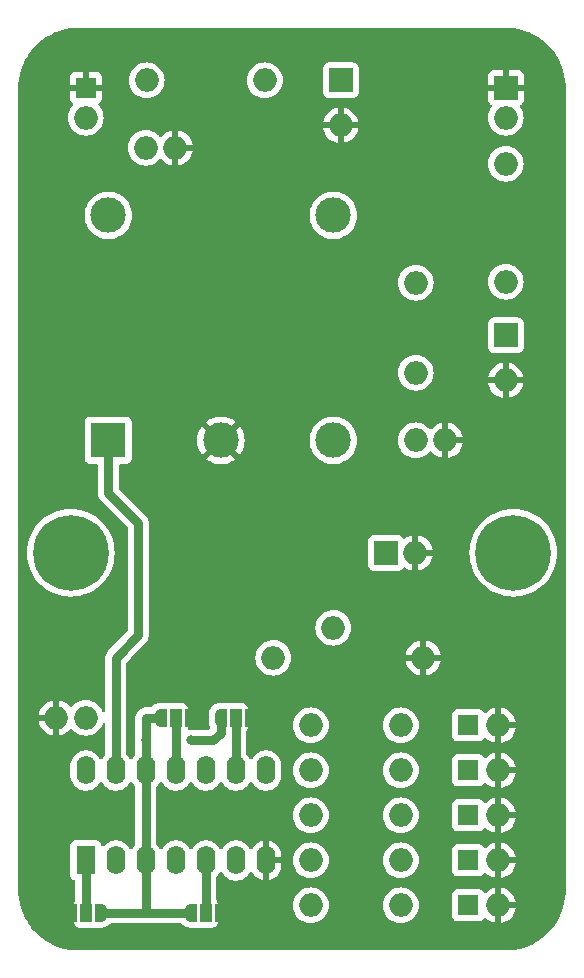
<source format=gbr>
%TF.GenerationSoftware,KiCad,Pcbnew,8.0.1*%
%TF.CreationDate,2024-04-07T15:16:41+02:00*%
%TF.ProjectId,fy6900-ocxo,66793639-3030-42d6-9f63-786f2e6b6963,rev?*%
%TF.SameCoordinates,Original*%
%TF.FileFunction,Copper,L1,Top*%
%TF.FilePolarity,Positive*%
%FSLAX46Y46*%
G04 Gerber Fmt 4.6, Leading zero omitted, Abs format (unit mm)*
G04 Created by KiCad (PCBNEW 8.0.1) date 2024-04-07 15:16:41*
%MOMM*%
%LPD*%
G01*
G04 APERTURE LIST*
G04 Aperture macros list*
%AMFreePoly0*
4,1,19,0.550000,-0.750000,0.000000,-0.750000,0.000000,-0.744911,-0.071157,-0.744911,-0.207708,-0.704816,-0.327430,-0.627875,-0.420627,-0.520320,-0.479746,-0.390866,-0.500000,-0.250000,-0.500000,0.250000,-0.479746,0.390866,-0.420627,0.520320,-0.327430,0.627875,-0.207708,0.704816,-0.071157,0.744911,0.000000,0.744911,0.000000,0.750000,0.550000,0.750000,0.550000,-0.750000,0.550000,-0.750000,
$1*%
%AMFreePoly1*
4,1,19,0.000000,0.744911,0.071157,0.744911,0.207708,0.704816,0.327430,0.627875,0.420627,0.520320,0.479746,0.390866,0.500000,0.250000,0.500000,-0.250000,0.479746,-0.390866,0.420627,-0.520320,0.327430,-0.627875,0.207708,-0.704816,0.071157,-0.744911,0.000000,-0.744911,0.000000,-0.750000,-0.550000,-0.750000,-0.550000,0.750000,0.000000,0.750000,0.000000,0.744911,0.000000,0.744911,
$1*%
G04 Aperture macros list end*
%TA.AperFunction,ComponentPad*%
%ADD10O,2.000000X2.000000*%
%TD*%
%TA.AperFunction,ComponentPad*%
%ADD11R,1.700000X1.700000*%
%TD*%
%TA.AperFunction,SMDPad,CuDef*%
%ADD12FreePoly0,180.000000*%
%TD*%
%TA.AperFunction,SMDPad,CuDef*%
%ADD13R,1.000000X1.500000*%
%TD*%
%TA.AperFunction,SMDPad,CuDef*%
%ADD14FreePoly1,180.000000*%
%TD*%
%TA.AperFunction,SMDPad,CuDef*%
%ADD15FreePoly0,0.000000*%
%TD*%
%TA.AperFunction,SMDPad,CuDef*%
%ADD16FreePoly1,0.000000*%
%TD*%
%TA.AperFunction,ComponentPad*%
%ADD17R,3.000000X3.000000*%
%TD*%
%TA.AperFunction,ComponentPad*%
%ADD18C,3.000000*%
%TD*%
%TA.AperFunction,ComponentPad*%
%ADD19R,2.000000X2.000000*%
%TD*%
%TA.AperFunction,ComponentPad*%
%ADD20C,6.400000*%
%TD*%
%TA.AperFunction,ComponentPad*%
%ADD21R,1.600000X2.400000*%
%TD*%
%TA.AperFunction,ComponentPad*%
%ADD22O,1.600000X2.400000*%
%TD*%
%TA.AperFunction,ViaPad*%
%ADD23C,0.800000*%
%TD*%
%TA.AperFunction,Conductor*%
%ADD24C,0.750000*%
%TD*%
G04 APERTURE END LIST*
D10*
%TO.P,C5,1*%
%TO.N,+5V*%
X118745000Y-80010000D03*
%TO.P,C5,2*%
%TO.N,GND*%
X121245000Y-80010000D03*
%TD*%
%TO.P,L1,1,1*%
%TO.N,Net-(J1-Pad2)*%
X118825000Y-74295000D03*
%TO.P,L1,2,2*%
%TO.N,+5V*%
X128825000Y-74295000D03*
%TD*%
%TO.P,R5,1*%
%TO.N,Net-(R5-Pad1)*%
X132720000Y-128905000D03*
%TO.P,R5,2*%
%TO.N,Net-(J5-Pad1)*%
X140340000Y-128905000D03*
%TD*%
%TO.P,R6,1*%
%TO.N,Net-(R6-Pad1)*%
X132720000Y-144145000D03*
%TO.P,R6,2*%
%TO.N,Net-(J6-Pad1)*%
X140340000Y-144145000D03*
%TD*%
%TO.P,RV1,1,1*%
%TO.N,GND*%
X142240000Y-123190000D03*
%TO.P,RV1,2,2*%
%TO.N,Net-(C2-Pad1)*%
X134620000Y-120650000D03*
%TO.P,RV1,3,3*%
%TO.N,Net-(R1-Pad2)*%
X129540000Y-123190000D03*
%TD*%
D11*
%TO.P,J5,1,Pin_1*%
%TO.N,Net-(J5-Pad1)*%
X146050000Y-128905000D03*
D10*
%TO.P,J5,2,Pin_2*%
%TO.N,GND*%
X148590000Y-128905000D03*
%TD*%
D12*
%TO.P,JP3,1,A*%
%TO.N,GND*%
X122590000Y-128270000D03*
D13*
%TO.P,JP3,2,C*%
%TO.N,Net-(JP3-Pad2)*%
X121290000Y-128270000D03*
D14*
%TO.P,JP3,3,B*%
%TO.N,Net-(JP1-Pad3)*%
X119990000Y-128270000D03*
%TD*%
D11*
%TO.P,J1,1,Pin_1*%
%TO.N,GND*%
X113665000Y-74930000D03*
D10*
%TO.P,J1,2,Pin_2*%
%TO.N,Net-(J1-Pad2)*%
X113665000Y-77470000D03*
%TD*%
D12*
%TO.P,JP2,1,A*%
%TO.N,GND*%
X127670000Y-128270000D03*
D13*
%TO.P,JP2,2,C*%
%TO.N,Net-(JP2-Pad2)*%
X126370000Y-128270000D03*
D14*
%TO.P,JP2,3,B*%
%TO.N,Net-(JP1-Pad3)*%
X125070000Y-128270000D03*
%TD*%
D15*
%TO.P,JP4,1,A*%
%TO.N,GND*%
X112370000Y-144780000D03*
D13*
%TO.P,JP4,2,C*%
%TO.N,Net-(JP4-Pad2)*%
X113670000Y-144780000D03*
D16*
%TO.P,JP4,3,B*%
%TO.N,Net-(JP1-Pad3)*%
X114970000Y-144780000D03*
%TD*%
D10*
%TO.P,R3,1*%
%TO.N,Net-(R3-Pad1)*%
X132720000Y-140335000D03*
%TO.P,R3,2*%
%TO.N,Net-(J3-Pad1)*%
X140340000Y-140335000D03*
%TD*%
%TO.P,C3,1*%
%TO.N,Net-(C2-Pad1)*%
X141605000Y-104775000D03*
%TO.P,C3,2*%
%TO.N,GND*%
X144105000Y-104775000D03*
%TD*%
D11*
%TO.P,J2,1,Pin_1*%
%TO.N,Net-(J2-Pad1)*%
X146050000Y-136525000D03*
D10*
%TO.P,J2,2,Pin_2*%
%TO.N,GND*%
X148590000Y-136525000D03*
%TD*%
D11*
%TO.P,J4,1,Pin_1*%
%TO.N,Net-(J4-Pad1)*%
X146045000Y-132715000D03*
D10*
%TO.P,J4,2,Pin_2*%
%TO.N,GND*%
X148585000Y-132715000D03*
%TD*%
D17*
%TO.P,X1,1,RFOut*%
%TO.N,Net-(U1-Pad13)*%
X115570000Y-104775000D03*
D18*
%TO.P,X1,2,GND*%
%TO.N,GND*%
X125095000Y-104775000D03*
%TO.P,X1,3,FEC*%
%TO.N,Net-(C2-Pad1)*%
X134620000Y-104775000D03*
%TO.P,X1,4,REF*%
%TO.N,unconnected-(X1-Pad4)*%
X134620000Y-85725000D03*
%TO.P,X1,5,Vs*%
%TO.N,+5V*%
X115570000Y-85725000D03*
%TD*%
D19*
%TO.P,C2,1*%
%TO.N,Net-(C2-Pad1)*%
X139065000Y-114300000D03*
D10*
%TO.P,C2,2*%
%TO.N,GND*%
X141565000Y-114300000D03*
%TD*%
D19*
%TO.P,J7,1,Pin_1*%
%TO.N,GND*%
X149225000Y-74930000D03*
D10*
%TO.P,J7,2,Pin_2*%
%TO.N,Net-(J7-Pad2)*%
X149225000Y-77470000D03*
%TD*%
%TO.P,C1,1*%
%TO.N,+3V3*%
X113665000Y-128270000D03*
%TO.P,C1,2*%
%TO.N,GND*%
X111165000Y-128270000D03*
%TD*%
D20*
%TO.P,REF\u002A\u002A,1*%
%TO.N,N/C*%
X149860000Y-114300000D03*
%TD*%
D10*
%TO.P,R4,1*%
%TO.N,Net-(R4-Pad1)*%
X132720000Y-132715000D03*
%TO.P,R4,2*%
%TO.N,Net-(J4-Pad1)*%
X140340000Y-132715000D03*
%TD*%
D19*
%TO.P,C4,1*%
%TO.N,+5V*%
X135255000Y-74295000D03*
D10*
%TO.P,C4,2*%
%TO.N,GND*%
X135255000Y-78095000D03*
%TD*%
D19*
%TO.P,C6,1*%
%TO.N,+3V3*%
X149225000Y-95885000D03*
D10*
%TO.P,C6,2*%
%TO.N,GND*%
X149225000Y-99685000D03*
%TD*%
%TO.P,R2,1*%
%TO.N,Net-(R2-Pad1)*%
X132720000Y-136525000D03*
%TO.P,R2,2*%
%TO.N,Net-(J2-Pad1)*%
X140340000Y-136525000D03*
%TD*%
D12*
%TO.P,JP1,1,A*%
%TO.N,GND*%
X125130000Y-144780000D03*
D13*
%TO.P,JP1,2,C*%
%TO.N,Net-(JP1-Pad2)*%
X123830000Y-144780000D03*
D14*
%TO.P,JP1,3,B*%
%TO.N,Net-(JP1-Pad3)*%
X122530000Y-144780000D03*
%TD*%
D10*
%TO.P,R1,1*%
%TO.N,+5V*%
X141605000Y-91440000D03*
%TO.P,R1,2*%
%TO.N,Net-(R1-Pad2)*%
X141605000Y-99060000D03*
%TD*%
D11*
%TO.P,J3,1,Pin_1*%
%TO.N,Net-(J3-Pad1)*%
X146050000Y-140335000D03*
D10*
%TO.P,J3,2,Pin_2*%
%TO.N,GND*%
X148590000Y-140335000D03*
%TD*%
D21*
%TO.P,U1,1*%
%TO.N,Net-(JP4-Pad2)*%
X113665000Y-140350000D03*
D22*
%TO.P,U1,2*%
%TO.N,Net-(R6-Pad1)*%
X116205000Y-140350000D03*
%TO.P,U1,3*%
%TO.N,Net-(JP1-Pad3)*%
X118745000Y-140350000D03*
%TO.P,U1,4*%
%TO.N,Net-(R2-Pad1)*%
X121285000Y-140350000D03*
%TO.P,U1,5*%
%TO.N,Net-(JP1-Pad2)*%
X123825000Y-140350000D03*
%TO.P,U1,6*%
%TO.N,Net-(R3-Pad1)*%
X126365000Y-140350000D03*
%TO.P,U1,7,GND*%
%TO.N,GND*%
X128905000Y-140350000D03*
%TO.P,U1,8*%
%TO.N,Net-(R4-Pad1)*%
X128905000Y-132730000D03*
%TO.P,U1,9*%
%TO.N,Net-(JP2-Pad2)*%
X126365000Y-132730000D03*
%TO.P,U1,10*%
%TO.N,Net-(R5-Pad1)*%
X123825000Y-132730000D03*
%TO.P,U1,11*%
%TO.N,Net-(JP3-Pad2)*%
X121285000Y-132730000D03*
%TO.P,U1,12*%
%TO.N,Net-(JP1-Pad3)*%
X118745000Y-132730000D03*
%TO.P,U1,13*%
%TO.N,Net-(U1-Pad13)*%
X116205000Y-132730000D03*
%TO.P,U1,14,VCC*%
%TO.N,+3V3*%
X113665000Y-132730000D03*
%TD*%
D10*
%TO.P,L2,1,1*%
%TO.N,Net-(J7-Pad2)*%
X149225000Y-81360000D03*
%TO.P,L2,2,2*%
%TO.N,+3V3*%
X149225000Y-91360000D03*
%TD*%
D11*
%TO.P,J6,1,Pin_1*%
%TO.N,Net-(J6-Pad1)*%
X146050000Y-144145000D03*
D10*
%TO.P,J6,2,Pin_2*%
%TO.N,GND*%
X148590000Y-144145000D03*
%TD*%
D20*
%TO.P,REF\u002A\u002A,1*%
%TO.N,N/C*%
X112395000Y-114300000D03*
%TD*%
D23*
%TO.N,Net-(JP1-Pad3)*%
X118745000Y-130175000D03*
X122555000Y-130175000D03*
%TD*%
D24*
%TO.N,Net-(JP1-Pad2)*%
X123825000Y-144775000D02*
X123830000Y-144780000D01*
X123825000Y-140350000D02*
X123825000Y-144775000D01*
%TO.N,Net-(JP1-Pad3)*%
X118745000Y-140350000D02*
X118745000Y-144775000D01*
X118745000Y-144775000D02*
X118740000Y-144780000D01*
X122525000Y-144775000D02*
X122530000Y-144780000D01*
X119990000Y-128270000D02*
X118750000Y-128270000D01*
X125070000Y-129565000D02*
X125070000Y-128270000D01*
X124460000Y-130175000D02*
X125070000Y-129565000D01*
X118745000Y-128275000D02*
X118745000Y-132730000D01*
X118745000Y-132730000D02*
X118745000Y-140350000D01*
X118750000Y-128270000D02*
X118745000Y-128275000D01*
X125100000Y-128240000D02*
X125070000Y-128270000D01*
X118740000Y-144780000D02*
X114970000Y-144780000D01*
X118745000Y-144775000D02*
X122525000Y-144775000D01*
X122555000Y-130175000D02*
X124460000Y-130175000D01*
%TO.N,Net-(JP2-Pad2)*%
X126365000Y-128275000D02*
X126370000Y-128270000D01*
X126365000Y-132730000D02*
X126365000Y-128275000D01*
%TO.N,Net-(JP3-Pad2)*%
X121290000Y-132725000D02*
X121285000Y-132730000D01*
X121290000Y-128270000D02*
X121290000Y-132725000D01*
%TO.N,Net-(R4-Pad1)*%
X132705000Y-132730000D02*
X132720000Y-132715000D01*
%TO.N,Net-(JP4-Pad2)*%
X113670000Y-144780000D02*
X113670000Y-140355000D01*
X113670000Y-140355000D02*
X113665000Y-140350000D01*
%TO.N,Net-(U1-Pad13)*%
X115570000Y-109220000D02*
X115570000Y-104775000D01*
X118110000Y-111760000D02*
X118110000Y-121285000D01*
X118110000Y-121285000D02*
X116205000Y-123190000D01*
X115570000Y-109220000D02*
X118110000Y-111760000D01*
X116205000Y-132730000D02*
X116205000Y-123190000D01*
%TD*%
%TA.AperFunction,Conductor*%
%TO.N,GND*%
G36*
X149225641Y-69850007D02*
G01*
X149230356Y-69850058D01*
X149441891Y-69852364D01*
X149451473Y-69852835D01*
X149882927Y-69890583D01*
X149893793Y-69892013D01*
X150319633Y-69967101D01*
X150330336Y-69969474D01*
X150745438Y-70080699D01*
X150748006Y-70081388D01*
X150758490Y-70084694D01*
X151164787Y-70232574D01*
X151174930Y-70236774D01*
X151433124Y-70357172D01*
X151566818Y-70419515D01*
X151576568Y-70424591D01*
X151951027Y-70640785D01*
X151960274Y-70646675D01*
X152314474Y-70894689D01*
X152323194Y-70901380D01*
X152654425Y-71179316D01*
X152662529Y-71186743D01*
X152968256Y-71492470D01*
X152975683Y-71500574D01*
X153253619Y-71831805D01*
X153260310Y-71840525D01*
X153508316Y-72194713D01*
X153514222Y-72203984D01*
X153730408Y-72578431D01*
X153735484Y-72588181D01*
X153918222Y-72980063D01*
X153922428Y-72990219D01*
X154070305Y-73396510D01*
X154073611Y-73406993D01*
X154185522Y-73824649D01*
X154187901Y-73835380D01*
X154262983Y-74261190D01*
X154264418Y-74272088D01*
X154302163Y-74703512D01*
X154302635Y-74713120D01*
X154304993Y-74929357D01*
X154305000Y-74930731D01*
X154305000Y-142874268D01*
X154304993Y-142875642D01*
X154302635Y-143091879D01*
X154302163Y-143101487D01*
X154264418Y-143532911D01*
X154262983Y-143543809D01*
X154187901Y-143969619D01*
X154185522Y-143980350D01*
X154073611Y-144398006D01*
X154070305Y-144408489D01*
X153922428Y-144814780D01*
X153918222Y-144824936D01*
X153735484Y-145216818D01*
X153730408Y-145226568D01*
X153514222Y-145601015D01*
X153508316Y-145610286D01*
X153260310Y-145964474D01*
X153253619Y-145973194D01*
X152975683Y-146304425D01*
X152968256Y-146312529D01*
X152662529Y-146618256D01*
X152654425Y-146625683D01*
X152323194Y-146903619D01*
X152314474Y-146910310D01*
X151960286Y-147158316D01*
X151951015Y-147164222D01*
X151576568Y-147380408D01*
X151566818Y-147385484D01*
X151174936Y-147568222D01*
X151164780Y-147572428D01*
X150758489Y-147720305D01*
X150748006Y-147723611D01*
X150330350Y-147835522D01*
X150319619Y-147837901D01*
X149893809Y-147912983D01*
X149882911Y-147914418D01*
X149451487Y-147952163D01*
X149441879Y-147952635D01*
X149225642Y-147954993D01*
X149224268Y-147955000D01*
X113030732Y-147955000D01*
X113029358Y-147954993D01*
X112813120Y-147952635D01*
X112803512Y-147952163D01*
X112372088Y-147914418D01*
X112361190Y-147912983D01*
X111935380Y-147837901D01*
X111924649Y-147835522D01*
X111506993Y-147723611D01*
X111496510Y-147720305D01*
X111090219Y-147572428D01*
X111080063Y-147568222D01*
X110688181Y-147385484D01*
X110678431Y-147380408D01*
X110439379Y-147242392D01*
X110303978Y-147164218D01*
X110294719Y-147158320D01*
X109940525Y-146910310D01*
X109931805Y-146903619D01*
X109600574Y-146625683D01*
X109592470Y-146618256D01*
X109286743Y-146312529D01*
X109279316Y-146304425D01*
X109056178Y-146038500D01*
X109001378Y-145973192D01*
X108994689Y-145964474D01*
X108912138Y-145846579D01*
X108746675Y-145610274D01*
X108740785Y-145601027D01*
X108524591Y-145226568D01*
X108519515Y-145216818D01*
X108336777Y-144824936D01*
X108332571Y-144814780D01*
X108184694Y-144408489D01*
X108181388Y-144398006D01*
X108180699Y-144395438D01*
X108069474Y-143980336D01*
X108067101Y-143969633D01*
X107992013Y-143543793D01*
X107990583Y-143532927D01*
X107952835Y-143101473D01*
X107952364Y-143091891D01*
X107950007Y-142875641D01*
X107950000Y-142874268D01*
X107950000Y-128524000D01*
X109675128Y-128524000D01*
X109726369Y-128737429D01*
X109726371Y-128737435D01*
X109817206Y-128956733D01*
X109941231Y-129159122D01*
X109941232Y-129159124D01*
X110095385Y-129339614D01*
X110275875Y-129493767D01*
X110275877Y-129493768D01*
X110478266Y-129617793D01*
X110697562Y-129708628D01*
X110911000Y-129759869D01*
X110911000Y-128614100D01*
X111000956Y-128666037D01*
X111109048Y-128695000D01*
X111220952Y-128695000D01*
X111329044Y-128666037D01*
X111419000Y-128614100D01*
X111419000Y-129759868D01*
X111632437Y-129708628D01*
X111851733Y-129617793D01*
X112054122Y-129493768D01*
X112054124Y-129493767D01*
X112234610Y-129339617D01*
X112318858Y-129240975D01*
X112378309Y-129202166D01*
X112449303Y-129201658D01*
X112509302Y-129239614D01*
X112510481Y-129240974D01*
X112594730Y-129339617D01*
X112595033Y-129339971D01*
X112633227Y-129372592D01*
X112775584Y-129494176D01*
X112978037Y-129618240D01*
X113197406Y-129709105D01*
X113428289Y-129764535D01*
X113665000Y-129783165D01*
X113901711Y-129764535D01*
X114132594Y-129709105D01*
X114351963Y-129618240D01*
X114554416Y-129494176D01*
X114734969Y-129339969D01*
X114889176Y-129159416D01*
X115013240Y-128956963D01*
X115079092Y-128797980D01*
X115123639Y-128742701D01*
X115191002Y-128720280D01*
X115259794Y-128737838D01*
X115308172Y-128789800D01*
X115321500Y-128846200D01*
X115321500Y-131310811D01*
X115301498Y-131378932D01*
X115284595Y-131399906D01*
X115206936Y-131477564D01*
X115206934Y-131477567D01*
X115085873Y-131644193D01*
X115085871Y-131644197D01*
X115075228Y-131665086D01*
X115047267Y-131719962D01*
X114998518Y-131771577D01*
X114929603Y-131788643D01*
X114862402Y-131765742D01*
X114822733Y-131719962D01*
X114784129Y-131644197D01*
X114663068Y-131477570D01*
X114663065Y-131477567D01*
X114663063Y-131477564D01*
X114517435Y-131331936D01*
X114517432Y-131331934D01*
X114517430Y-131331932D01*
X114350803Y-131210871D01*
X114167290Y-131117366D01*
X114167287Y-131117365D01*
X114167285Y-131117364D01*
X113971412Y-131053721D01*
X113971410Y-131053720D01*
X113971408Y-131053720D01*
X113767981Y-131021500D01*
X113562019Y-131021500D01*
X113358592Y-131053720D01*
X113358590Y-131053720D01*
X113358587Y-131053721D01*
X113162714Y-131117364D01*
X113162708Y-131117367D01*
X112979193Y-131210873D01*
X112812567Y-131331934D01*
X112812564Y-131331936D01*
X112666936Y-131477564D01*
X112666934Y-131477567D01*
X112545873Y-131644193D01*
X112452367Y-131827708D01*
X112452364Y-131827714D01*
X112388721Y-132023587D01*
X112388720Y-132023590D01*
X112388720Y-132023592D01*
X112356500Y-132227019D01*
X112356500Y-133232981D01*
X112388720Y-133436408D01*
X112388721Y-133436412D01*
X112446305Y-133613638D01*
X112452366Y-133632290D01*
X112545871Y-133815803D01*
X112666932Y-133982430D01*
X112666934Y-133982432D01*
X112666936Y-133982435D01*
X112812564Y-134128063D01*
X112812567Y-134128065D01*
X112812570Y-134128068D01*
X112979197Y-134249129D01*
X113162710Y-134342634D01*
X113358592Y-134406280D01*
X113562019Y-134438500D01*
X113562022Y-134438500D01*
X113767978Y-134438500D01*
X113767981Y-134438500D01*
X113971408Y-134406280D01*
X114167290Y-134342634D01*
X114350803Y-134249129D01*
X114517430Y-134128068D01*
X114663068Y-133982430D01*
X114784129Y-133815803D01*
X114822734Y-133740034D01*
X114871481Y-133688422D01*
X114940396Y-133671356D01*
X115007598Y-133694257D01*
X115047264Y-133740034D01*
X115085871Y-133815803D01*
X115206932Y-133982430D01*
X115206934Y-133982432D01*
X115206936Y-133982435D01*
X115352564Y-134128063D01*
X115352567Y-134128065D01*
X115352570Y-134128068D01*
X115519197Y-134249129D01*
X115702710Y-134342634D01*
X115898592Y-134406280D01*
X116102019Y-134438500D01*
X116102022Y-134438500D01*
X116307978Y-134438500D01*
X116307981Y-134438500D01*
X116511408Y-134406280D01*
X116707290Y-134342634D01*
X116890803Y-134249129D01*
X117057430Y-134128068D01*
X117203068Y-133982430D01*
X117324129Y-133815803D01*
X117362734Y-133740034D01*
X117411481Y-133688422D01*
X117480396Y-133671356D01*
X117547598Y-133694257D01*
X117587264Y-133740034D01*
X117625871Y-133815803D01*
X117746932Y-133982430D01*
X117824596Y-134060094D01*
X117858620Y-134122404D01*
X117861500Y-134149188D01*
X117861500Y-138930811D01*
X117841498Y-138998932D01*
X117824595Y-139019906D01*
X117746936Y-139097564D01*
X117746934Y-139097567D01*
X117625873Y-139264193D01*
X117625871Y-139264197D01*
X117615228Y-139285086D01*
X117587267Y-139339962D01*
X117538518Y-139391577D01*
X117469603Y-139408643D01*
X117402402Y-139385742D01*
X117362733Y-139339962D01*
X117324129Y-139264197D01*
X117203068Y-139097570D01*
X117203065Y-139097567D01*
X117203063Y-139097564D01*
X117057435Y-138951936D01*
X117057432Y-138951934D01*
X117057430Y-138951932D01*
X116904008Y-138840465D01*
X116890806Y-138830873D01*
X116890805Y-138830872D01*
X116890803Y-138830871D01*
X116707290Y-138737366D01*
X116707287Y-138737365D01*
X116707285Y-138737364D01*
X116511412Y-138673721D01*
X116511410Y-138673720D01*
X116511408Y-138673720D01*
X116307981Y-138641500D01*
X116102019Y-138641500D01*
X115898592Y-138673720D01*
X115898590Y-138673720D01*
X115898587Y-138673721D01*
X115702714Y-138737364D01*
X115702708Y-138737367D01*
X115519193Y-138830873D01*
X115352567Y-138951934D01*
X115352564Y-138951936D01*
X115206933Y-139097567D01*
X115195484Y-139113326D01*
X115139260Y-139156678D01*
X115068524Y-139162752D01*
X115005733Y-139129618D01*
X114970824Y-139067797D01*
X114968272Y-139052728D01*
X114966990Y-139040804D01*
X114966988Y-139040795D01*
X114915889Y-138903797D01*
X114915887Y-138903792D01*
X114828261Y-138786738D01*
X114711207Y-138699112D01*
X114711202Y-138699110D01*
X114574204Y-138648011D01*
X114574196Y-138648009D01*
X114513649Y-138641500D01*
X114513638Y-138641500D01*
X112816362Y-138641500D01*
X112816350Y-138641500D01*
X112755803Y-138648009D01*
X112755795Y-138648011D01*
X112618797Y-138699110D01*
X112618792Y-138699112D01*
X112501738Y-138786738D01*
X112414112Y-138903792D01*
X112414110Y-138903797D01*
X112363011Y-139040795D01*
X112363009Y-139040803D01*
X112356500Y-139101350D01*
X112356500Y-141598649D01*
X112363009Y-141659196D01*
X112363011Y-141659204D01*
X112414110Y-141796202D01*
X112414112Y-141796207D01*
X112501738Y-141913261D01*
X112618792Y-142000887D01*
X112618794Y-142000887D01*
X112618796Y-142000889D01*
X112704535Y-142032868D01*
X112761368Y-142075413D01*
X112786179Y-142141933D01*
X112786500Y-142150922D01*
X112786500Y-143651838D01*
X112766498Y-143719959D01*
X112761368Y-143727347D01*
X112719112Y-143783792D01*
X112719110Y-143783797D01*
X112668011Y-143920795D01*
X112668009Y-143920803D01*
X112661500Y-143981350D01*
X112661500Y-145578649D01*
X112668009Y-145639196D01*
X112668011Y-145639204D01*
X112719110Y-145776202D01*
X112719112Y-145776207D01*
X112806738Y-145893261D01*
X112923792Y-145980887D01*
X112923794Y-145980888D01*
X112923796Y-145980889D01*
X112982875Y-146002924D01*
X113060795Y-146031988D01*
X113060803Y-146031990D01*
X113121350Y-146038499D01*
X113121355Y-146038499D01*
X113121362Y-146038500D01*
X113121368Y-146038500D01*
X114218632Y-146038500D01*
X114218638Y-146038500D01*
X114279201Y-146031989D01*
X114279203Y-146031988D01*
X114287037Y-146031146D01*
X114287095Y-146031689D01*
X114325826Y-146029960D01*
X114420000Y-146043500D01*
X114420003Y-146043500D01*
X115041885Y-146043500D01*
X115041889Y-146043500D01*
X115186558Y-146022700D01*
X115324513Y-145982193D01*
X115457462Y-145921477D01*
X115572725Y-145847402D01*
X115574172Y-145846579D01*
X115578376Y-145843770D01*
X115578416Y-145843745D01*
X115578420Y-145843743D01*
X115688878Y-145748029D01*
X115724440Y-145706988D01*
X115784166Y-145668604D01*
X115819665Y-145663500D01*
X118827016Y-145663500D01*
X118827017Y-145663500D01*
X118839984Y-145660920D01*
X118864564Y-145658500D01*
X121676003Y-145658500D01*
X121744124Y-145678502D01*
X121771228Y-145701989D01*
X121808213Y-145744673D01*
X121809626Y-145746424D01*
X121811125Y-145748033D01*
X121921584Y-145843745D01*
X122042538Y-145921477D01*
X122175487Y-145982193D01*
X122313442Y-146022700D01*
X122458111Y-146043500D01*
X122458115Y-146043500D01*
X123079994Y-146043500D01*
X123080000Y-146043500D01*
X123153079Y-146038273D01*
X123163119Y-146035325D01*
X123212653Y-146034007D01*
X123212961Y-146031147D01*
X123281350Y-146038499D01*
X123281355Y-146038499D01*
X123281362Y-146038500D01*
X123281368Y-146038500D01*
X124378632Y-146038500D01*
X124378638Y-146038500D01*
X124378645Y-146038499D01*
X124378649Y-146038499D01*
X124439196Y-146031990D01*
X124439199Y-146031989D01*
X124439201Y-146031989D01*
X124440006Y-146031689D01*
X124459604Y-146024379D01*
X124576204Y-145980889D01*
X124586484Y-145973194D01*
X124693261Y-145893261D01*
X124780887Y-145776207D01*
X124780887Y-145776206D01*
X124780889Y-145776204D01*
X124824960Y-145658045D01*
X124831988Y-145639204D01*
X124831990Y-145639196D01*
X124838499Y-145578649D01*
X124838500Y-145578632D01*
X124838500Y-144145000D01*
X131206835Y-144145000D01*
X131225465Y-144381710D01*
X131280894Y-144612592D01*
X131371759Y-144831961D01*
X131495825Y-145034417D01*
X131495826Y-145034419D01*
X131650030Y-145214969D01*
X131830105Y-145368767D01*
X131830584Y-145369176D01*
X132033037Y-145493240D01*
X132252406Y-145584105D01*
X132483289Y-145639535D01*
X132720000Y-145658165D01*
X132956711Y-145639535D01*
X133187594Y-145584105D01*
X133406963Y-145493240D01*
X133609416Y-145369176D01*
X133789969Y-145214969D01*
X133944176Y-145034416D01*
X134068240Y-144831963D01*
X134159105Y-144612594D01*
X134214535Y-144381711D01*
X134233165Y-144145000D01*
X138826835Y-144145000D01*
X138845465Y-144381710D01*
X138900894Y-144612592D01*
X138991759Y-144831961D01*
X139115825Y-145034417D01*
X139115826Y-145034419D01*
X139270030Y-145214969D01*
X139450105Y-145368767D01*
X139450584Y-145369176D01*
X139653037Y-145493240D01*
X139872406Y-145584105D01*
X140103289Y-145639535D01*
X140340000Y-145658165D01*
X140576711Y-145639535D01*
X140807594Y-145584105D01*
X141026963Y-145493240D01*
X141229416Y-145369176D01*
X141409969Y-145214969D01*
X141556290Y-145043649D01*
X144691500Y-145043649D01*
X144698009Y-145104196D01*
X144698011Y-145104204D01*
X144749110Y-145241202D01*
X144749112Y-145241207D01*
X144836738Y-145358261D01*
X144953792Y-145445887D01*
X144953794Y-145445888D01*
X144953796Y-145445889D01*
X145012875Y-145467924D01*
X145090795Y-145496988D01*
X145090803Y-145496990D01*
X145151350Y-145503499D01*
X145151355Y-145503499D01*
X145151362Y-145503500D01*
X145151368Y-145503500D01*
X146948632Y-145503500D01*
X146948638Y-145503500D01*
X146948645Y-145503499D01*
X146948649Y-145503499D01*
X147009196Y-145496990D01*
X147009199Y-145496989D01*
X147009201Y-145496989D01*
X147019253Y-145493240D01*
X147028045Y-145489960D01*
X147146204Y-145445889D01*
X147263261Y-145358261D01*
X147348614Y-145244242D01*
X147405446Y-145201700D01*
X147476262Y-145196634D01*
X147531309Y-145223944D01*
X147700875Y-145368767D01*
X147700877Y-145368768D01*
X147903266Y-145492793D01*
X148122562Y-145583628D01*
X148336000Y-145634869D01*
X148336000Y-144575702D01*
X148397007Y-144610925D01*
X148524174Y-144645000D01*
X148655826Y-144645000D01*
X148782993Y-144610925D01*
X148844000Y-144575702D01*
X148844000Y-145634868D01*
X149057437Y-145583628D01*
X149276733Y-145492793D01*
X149479122Y-145368768D01*
X149479124Y-145368767D01*
X149659614Y-145214614D01*
X149813767Y-145034124D01*
X149813768Y-145034122D01*
X149937793Y-144831733D01*
X150028628Y-144612435D01*
X150028630Y-144612429D01*
X150079872Y-144399000D01*
X149020703Y-144399000D01*
X149055925Y-144337993D01*
X149090000Y-144210826D01*
X149090000Y-144079174D01*
X149055925Y-143952007D01*
X149020703Y-143891000D01*
X150079871Y-143891000D01*
X150028630Y-143677570D01*
X150028628Y-143677564D01*
X149937793Y-143458266D01*
X149813768Y-143255877D01*
X149813767Y-143255875D01*
X149659614Y-143075385D01*
X149479124Y-142921232D01*
X149479122Y-142921231D01*
X149276733Y-142797206D01*
X149057435Y-142706371D01*
X149057429Y-142706369D01*
X148844000Y-142655128D01*
X148844000Y-143714297D01*
X148782993Y-143679075D01*
X148655826Y-143645000D01*
X148524174Y-143645000D01*
X148397007Y-143679075D01*
X148336000Y-143714297D01*
X148336000Y-142655128D01*
X148122570Y-142706369D01*
X148122564Y-142706371D01*
X147903266Y-142797206D01*
X147700877Y-142921231D01*
X147700875Y-142921232D01*
X147531309Y-143066055D01*
X147466519Y-143095086D01*
X147396319Y-143084481D01*
X147348611Y-143045753D01*
X147263261Y-142931738D01*
X147146207Y-142844112D01*
X147146202Y-142844110D01*
X147009204Y-142793011D01*
X147009196Y-142793009D01*
X146948649Y-142786500D01*
X146948638Y-142786500D01*
X145151362Y-142786500D01*
X145151350Y-142786500D01*
X145090803Y-142793009D01*
X145090795Y-142793011D01*
X144953797Y-142844110D01*
X144953792Y-142844112D01*
X144836738Y-142931738D01*
X144749112Y-143048792D01*
X144749110Y-143048797D01*
X144698011Y-143185795D01*
X144698009Y-143185803D01*
X144691500Y-143246350D01*
X144691500Y-145043649D01*
X141556290Y-145043649D01*
X141564176Y-145034416D01*
X141688240Y-144831963D01*
X141779105Y-144612594D01*
X141834535Y-144381711D01*
X141853165Y-144145000D01*
X141834535Y-143908289D01*
X141779105Y-143677406D01*
X141688240Y-143458037D01*
X141564176Y-143255584D01*
X141556300Y-143246362D01*
X141409969Y-143075030D01*
X141229419Y-142920826D01*
X141229417Y-142920825D01*
X141229416Y-142920824D01*
X141026963Y-142796760D01*
X141017908Y-142793009D01*
X140807592Y-142705894D01*
X140649651Y-142667976D01*
X140576711Y-142650465D01*
X140340000Y-142631835D01*
X140103289Y-142650465D01*
X139872407Y-142705894D01*
X139653038Y-142796759D01*
X139450582Y-142920825D01*
X139450580Y-142920826D01*
X139270030Y-143075030D01*
X139115826Y-143255580D01*
X139115825Y-143255582D01*
X138991759Y-143458038D01*
X138900894Y-143677407D01*
X138845465Y-143908289D01*
X138826835Y-144145000D01*
X134233165Y-144145000D01*
X134214535Y-143908289D01*
X134159105Y-143677406D01*
X134068240Y-143458037D01*
X133944176Y-143255584D01*
X133936300Y-143246362D01*
X133789969Y-143075030D01*
X133609419Y-142920826D01*
X133609417Y-142920825D01*
X133609416Y-142920824D01*
X133406963Y-142796760D01*
X133397908Y-142793009D01*
X133187592Y-142705894D01*
X133029651Y-142667976D01*
X132956711Y-142650465D01*
X132720000Y-142631835D01*
X132483289Y-142650465D01*
X132252407Y-142705894D01*
X132033038Y-142796759D01*
X131830582Y-142920825D01*
X131830580Y-142920826D01*
X131650030Y-143075030D01*
X131495826Y-143255580D01*
X131495825Y-143255582D01*
X131371759Y-143458038D01*
X131280894Y-143677407D01*
X131225465Y-143908289D01*
X131206835Y-144145000D01*
X124838500Y-144145000D01*
X124838500Y-143981367D01*
X124838499Y-143981350D01*
X124831990Y-143920803D01*
X124831988Y-143920795D01*
X124801104Y-143837993D01*
X124780889Y-143783796D01*
X124780888Y-143783794D01*
X124780887Y-143783792D01*
X124733632Y-143720667D01*
X124708821Y-143654147D01*
X124708500Y-143645158D01*
X124708500Y-141769188D01*
X124728502Y-141701067D01*
X124745400Y-141680097D01*
X124823068Y-141602430D01*
X124944129Y-141435803D01*
X124982734Y-141360034D01*
X125031481Y-141308422D01*
X125100396Y-141291356D01*
X125167598Y-141314257D01*
X125207264Y-141360034D01*
X125245871Y-141435803D01*
X125366932Y-141602430D01*
X125366934Y-141602432D01*
X125366936Y-141602435D01*
X125512564Y-141748063D01*
X125512567Y-141748065D01*
X125512570Y-141748068D01*
X125679197Y-141869129D01*
X125862710Y-141962634D01*
X126058592Y-142026280D01*
X126262019Y-142058500D01*
X126262022Y-142058500D01*
X126467978Y-142058500D01*
X126467981Y-142058500D01*
X126671408Y-142026280D01*
X126867290Y-141962634D01*
X127050803Y-141869129D01*
X127217430Y-141748068D01*
X127363068Y-141602430D01*
X127484129Y-141435803D01*
X127523014Y-141359486D01*
X127571759Y-141307874D01*
X127640674Y-141290807D01*
X127707876Y-141313707D01*
X127747545Y-141359487D01*
X127786298Y-141435542D01*
X127907315Y-141602107D01*
X127907317Y-141602110D01*
X128052889Y-141747682D01*
X128052892Y-141747684D01*
X128219454Y-141868699D01*
X128402900Y-141962170D01*
X128402906Y-141962173D01*
X128598705Y-142025791D01*
X128598717Y-142025794D01*
X128650999Y-142034074D01*
X128651000Y-142034074D01*
X128651000Y-140661686D01*
X128659394Y-140670080D01*
X128750606Y-140722741D01*
X128852339Y-140750000D01*
X128957661Y-140750000D01*
X129059394Y-140722741D01*
X129150606Y-140670080D01*
X129159000Y-140661686D01*
X129159000Y-142034074D01*
X129211282Y-142025794D01*
X129211294Y-142025791D01*
X129407093Y-141962173D01*
X129407099Y-141962170D01*
X129590545Y-141868699D01*
X129757107Y-141747684D01*
X129757110Y-141747682D01*
X129902682Y-141602110D01*
X129902684Y-141602107D01*
X130023699Y-141435545D01*
X130117170Y-141252099D01*
X130117173Y-141252093D01*
X130180791Y-141056296D01*
X130213000Y-140852938D01*
X130213000Y-140604000D01*
X129216686Y-140604000D01*
X129225080Y-140595606D01*
X129277741Y-140504394D01*
X129305000Y-140402661D01*
X129305000Y-140335000D01*
X131206835Y-140335000D01*
X131225465Y-140571710D01*
X131280894Y-140802592D01*
X131280895Y-140802594D01*
X131371760Y-141021963D01*
X131477323Y-141194226D01*
X131495825Y-141224417D01*
X131495826Y-141224419D01*
X131650030Y-141404969D01*
X131830105Y-141558767D01*
X131830584Y-141559176D01*
X132033037Y-141683240D01*
X132252406Y-141774105D01*
X132483289Y-141829535D01*
X132720000Y-141848165D01*
X132956711Y-141829535D01*
X133187594Y-141774105D01*
X133406963Y-141683240D01*
X133609416Y-141559176D01*
X133789969Y-141404969D01*
X133944176Y-141224416D01*
X134068240Y-141021963D01*
X134159105Y-140802594D01*
X134214535Y-140571711D01*
X134233165Y-140335000D01*
X138826835Y-140335000D01*
X138845465Y-140571710D01*
X138900894Y-140802592D01*
X138900895Y-140802594D01*
X138991760Y-141021963D01*
X139097323Y-141194226D01*
X139115825Y-141224417D01*
X139115826Y-141224419D01*
X139270030Y-141404969D01*
X139450105Y-141558767D01*
X139450584Y-141559176D01*
X139653037Y-141683240D01*
X139872406Y-141774105D01*
X140103289Y-141829535D01*
X140340000Y-141848165D01*
X140576711Y-141829535D01*
X140807594Y-141774105D01*
X141026963Y-141683240D01*
X141229416Y-141559176D01*
X141409969Y-141404969D01*
X141556290Y-141233649D01*
X144691500Y-141233649D01*
X144698009Y-141294196D01*
X144698011Y-141294204D01*
X144749110Y-141431202D01*
X144749112Y-141431207D01*
X144836738Y-141548261D01*
X144953792Y-141635887D01*
X144953794Y-141635888D01*
X144953796Y-141635889D01*
X144984312Y-141647271D01*
X145090795Y-141686988D01*
X145090803Y-141686990D01*
X145151350Y-141693499D01*
X145151355Y-141693499D01*
X145151362Y-141693500D01*
X145151368Y-141693500D01*
X146948632Y-141693500D01*
X146948638Y-141693500D01*
X146948645Y-141693499D01*
X146948649Y-141693499D01*
X147009196Y-141686990D01*
X147009199Y-141686989D01*
X147009201Y-141686989D01*
X147019253Y-141683240D01*
X147028045Y-141679960D01*
X147146204Y-141635889D01*
X147263261Y-141548261D01*
X147348614Y-141434242D01*
X147405446Y-141391700D01*
X147476262Y-141386634D01*
X147531309Y-141413944D01*
X147700875Y-141558767D01*
X147700877Y-141558768D01*
X147903266Y-141682793D01*
X148122562Y-141773628D01*
X148336000Y-141824869D01*
X148336000Y-140765702D01*
X148397007Y-140800925D01*
X148524174Y-140835000D01*
X148655826Y-140835000D01*
X148782993Y-140800925D01*
X148844000Y-140765702D01*
X148844000Y-141824868D01*
X149057437Y-141773628D01*
X149276733Y-141682793D01*
X149479122Y-141558768D01*
X149479124Y-141558767D01*
X149659614Y-141404614D01*
X149813767Y-141224124D01*
X149813768Y-141224122D01*
X149937793Y-141021733D01*
X150028628Y-140802435D01*
X150028630Y-140802429D01*
X150079872Y-140589000D01*
X149020703Y-140589000D01*
X149055925Y-140527993D01*
X149090000Y-140400826D01*
X149090000Y-140269174D01*
X149055925Y-140142007D01*
X149020703Y-140081000D01*
X150079871Y-140081000D01*
X150028630Y-139867570D01*
X150028628Y-139867564D01*
X149937793Y-139648266D01*
X149813768Y-139445877D01*
X149813767Y-139445875D01*
X149659614Y-139265385D01*
X149479124Y-139111232D01*
X149479122Y-139111231D01*
X149276733Y-138987206D01*
X149057435Y-138896371D01*
X149057429Y-138896369D01*
X148844000Y-138845128D01*
X148844000Y-139904297D01*
X148782993Y-139869075D01*
X148655826Y-139835000D01*
X148524174Y-139835000D01*
X148397007Y-139869075D01*
X148336000Y-139904297D01*
X148336000Y-138845128D01*
X148122570Y-138896369D01*
X148122564Y-138896371D01*
X147903266Y-138987206D01*
X147700877Y-139111231D01*
X147700875Y-139111232D01*
X147531309Y-139256055D01*
X147466519Y-139285086D01*
X147396319Y-139274481D01*
X147348611Y-139235753D01*
X147263261Y-139121738D01*
X147146207Y-139034112D01*
X147146202Y-139034110D01*
X147009204Y-138983011D01*
X147009196Y-138983009D01*
X146948649Y-138976500D01*
X146948638Y-138976500D01*
X145151362Y-138976500D01*
X145151350Y-138976500D01*
X145090803Y-138983009D01*
X145090795Y-138983011D01*
X144953797Y-139034110D01*
X144953792Y-139034112D01*
X144836738Y-139121738D01*
X144749112Y-139238792D01*
X144749110Y-139238797D01*
X144698011Y-139375795D01*
X144698009Y-139375803D01*
X144691500Y-139436350D01*
X144691500Y-141233649D01*
X141556290Y-141233649D01*
X141564176Y-141224416D01*
X141688240Y-141021963D01*
X141779105Y-140802594D01*
X141834535Y-140571711D01*
X141853165Y-140335000D01*
X141834535Y-140098289D01*
X141779105Y-139867406D01*
X141688240Y-139648037D01*
X141564176Y-139445584D01*
X141556300Y-139436362D01*
X141409969Y-139265030D01*
X141229419Y-139110826D01*
X141229417Y-139110825D01*
X141229416Y-139110824D01*
X141026963Y-138986760D01*
X141017908Y-138983009D01*
X140807592Y-138895894D01*
X140649651Y-138857976D01*
X140576711Y-138840465D01*
X140340000Y-138821835D01*
X140103289Y-138840465D01*
X139872407Y-138895894D01*
X139653038Y-138986759D01*
X139450582Y-139110825D01*
X139450580Y-139110826D01*
X139270030Y-139265030D01*
X139115826Y-139445580D01*
X139115825Y-139445582D01*
X138991759Y-139648038D01*
X138900894Y-139867407D01*
X138845465Y-140098289D01*
X138826835Y-140335000D01*
X134233165Y-140335000D01*
X134214535Y-140098289D01*
X134159105Y-139867406D01*
X134068240Y-139648037D01*
X133944176Y-139445584D01*
X133936300Y-139436362D01*
X133789969Y-139265030D01*
X133609419Y-139110826D01*
X133609417Y-139110825D01*
X133609416Y-139110824D01*
X133406963Y-138986760D01*
X133397908Y-138983009D01*
X133187592Y-138895894D01*
X133029651Y-138857976D01*
X132956711Y-138840465D01*
X132720000Y-138821835D01*
X132483289Y-138840465D01*
X132252407Y-138895894D01*
X132033038Y-138986759D01*
X131830582Y-139110825D01*
X131830580Y-139110826D01*
X131650030Y-139265030D01*
X131495826Y-139445580D01*
X131495825Y-139445582D01*
X131371759Y-139648038D01*
X131280894Y-139867407D01*
X131225465Y-140098289D01*
X131206835Y-140335000D01*
X129305000Y-140335000D01*
X129305000Y-140297339D01*
X129277741Y-140195606D01*
X129225080Y-140104394D01*
X129216686Y-140096000D01*
X130213000Y-140096000D01*
X130213000Y-139847061D01*
X130180791Y-139643703D01*
X130117173Y-139447906D01*
X130117170Y-139447900D01*
X130023699Y-139264454D01*
X129902684Y-139097892D01*
X129902682Y-139097889D01*
X129757110Y-138952317D01*
X129757107Y-138952315D01*
X129590545Y-138831300D01*
X129407099Y-138737829D01*
X129407093Y-138737826D01*
X129211294Y-138674208D01*
X129211296Y-138674208D01*
X129159000Y-138665925D01*
X129159000Y-140038314D01*
X129150606Y-140029920D01*
X129059394Y-139977259D01*
X128957661Y-139950000D01*
X128852339Y-139950000D01*
X128750606Y-139977259D01*
X128659394Y-140029920D01*
X128651000Y-140038314D01*
X128651000Y-138665925D01*
X128598704Y-138674208D01*
X128402906Y-138737826D01*
X128402900Y-138737829D01*
X128219454Y-138831300D01*
X128052892Y-138952315D01*
X128052889Y-138952317D01*
X127907317Y-139097889D01*
X127907315Y-139097892D01*
X127786299Y-139264455D01*
X127747545Y-139340513D01*
X127698796Y-139392127D01*
X127629881Y-139409192D01*
X127562680Y-139386290D01*
X127523013Y-139340511D01*
X127484129Y-139264197D01*
X127363068Y-139097570D01*
X127363065Y-139097567D01*
X127363063Y-139097564D01*
X127217435Y-138951936D01*
X127217432Y-138951934D01*
X127217430Y-138951932D01*
X127064008Y-138840465D01*
X127050806Y-138830873D01*
X127050805Y-138830872D01*
X127050803Y-138830871D01*
X126867290Y-138737366D01*
X126867287Y-138737365D01*
X126867285Y-138737364D01*
X126671412Y-138673721D01*
X126671410Y-138673720D01*
X126671408Y-138673720D01*
X126467981Y-138641500D01*
X126262019Y-138641500D01*
X126058592Y-138673720D01*
X126058590Y-138673720D01*
X126058587Y-138673721D01*
X125862714Y-138737364D01*
X125862708Y-138737367D01*
X125679193Y-138830873D01*
X125512567Y-138951934D01*
X125512564Y-138951936D01*
X125366936Y-139097564D01*
X125366934Y-139097567D01*
X125245873Y-139264193D01*
X125245871Y-139264197D01*
X125235228Y-139285086D01*
X125207267Y-139339962D01*
X125158518Y-139391577D01*
X125089603Y-139408643D01*
X125022402Y-139385742D01*
X124982733Y-139339962D01*
X124944129Y-139264197D01*
X124823068Y-139097570D01*
X124823065Y-139097567D01*
X124823063Y-139097564D01*
X124677435Y-138951936D01*
X124677432Y-138951934D01*
X124677430Y-138951932D01*
X124524008Y-138840465D01*
X124510806Y-138830873D01*
X124510805Y-138830872D01*
X124510803Y-138830871D01*
X124327290Y-138737366D01*
X124327287Y-138737365D01*
X124327285Y-138737364D01*
X124131412Y-138673721D01*
X124131410Y-138673720D01*
X124131408Y-138673720D01*
X123927981Y-138641500D01*
X123722019Y-138641500D01*
X123518592Y-138673720D01*
X123518590Y-138673720D01*
X123518587Y-138673721D01*
X123322714Y-138737364D01*
X123322708Y-138737367D01*
X123139193Y-138830873D01*
X122972567Y-138951934D01*
X122972564Y-138951936D01*
X122826936Y-139097564D01*
X122826934Y-139097567D01*
X122705873Y-139264193D01*
X122705871Y-139264197D01*
X122695228Y-139285086D01*
X122667267Y-139339962D01*
X122618518Y-139391577D01*
X122549603Y-139408643D01*
X122482402Y-139385742D01*
X122442733Y-139339962D01*
X122404129Y-139264197D01*
X122283068Y-139097570D01*
X122283065Y-139097567D01*
X122283063Y-139097564D01*
X122137435Y-138951936D01*
X122137432Y-138951934D01*
X122137430Y-138951932D01*
X121984008Y-138840465D01*
X121970806Y-138830873D01*
X121970805Y-138830872D01*
X121970803Y-138830871D01*
X121787290Y-138737366D01*
X121787287Y-138737365D01*
X121787285Y-138737364D01*
X121591412Y-138673721D01*
X121591410Y-138673720D01*
X121591408Y-138673720D01*
X121387981Y-138641500D01*
X121182019Y-138641500D01*
X120978592Y-138673720D01*
X120978590Y-138673720D01*
X120978587Y-138673721D01*
X120782714Y-138737364D01*
X120782708Y-138737367D01*
X120599193Y-138830873D01*
X120432567Y-138951934D01*
X120432564Y-138951936D01*
X120286936Y-139097564D01*
X120286934Y-139097567D01*
X120165873Y-139264193D01*
X120165871Y-139264197D01*
X120155228Y-139285086D01*
X120127267Y-139339962D01*
X120078518Y-139391577D01*
X120009603Y-139408643D01*
X119942402Y-139385742D01*
X119902733Y-139339962D01*
X119864129Y-139264197D01*
X119743068Y-139097570D01*
X119743065Y-139097567D01*
X119743063Y-139097564D01*
X119665405Y-139019906D01*
X119631379Y-138957594D01*
X119628500Y-138930811D01*
X119628500Y-136525000D01*
X131206835Y-136525000D01*
X131225465Y-136761710D01*
X131280894Y-136992592D01*
X131371759Y-137211961D01*
X131495825Y-137414417D01*
X131495826Y-137414419D01*
X131650030Y-137594969D01*
X131830105Y-137748767D01*
X131830584Y-137749176D01*
X132033037Y-137873240D01*
X132252406Y-137964105D01*
X132483289Y-138019535D01*
X132720000Y-138038165D01*
X132956711Y-138019535D01*
X133187594Y-137964105D01*
X133406963Y-137873240D01*
X133609416Y-137749176D01*
X133789969Y-137594969D01*
X133944176Y-137414416D01*
X134068240Y-137211963D01*
X134159105Y-136992594D01*
X134214535Y-136761711D01*
X134233165Y-136525000D01*
X138826835Y-136525000D01*
X138845465Y-136761710D01*
X138900894Y-136992592D01*
X138991759Y-137211961D01*
X139115825Y-137414417D01*
X139115826Y-137414419D01*
X139270030Y-137594969D01*
X139450105Y-137748767D01*
X139450584Y-137749176D01*
X139653037Y-137873240D01*
X139872406Y-137964105D01*
X140103289Y-138019535D01*
X140340000Y-138038165D01*
X140576711Y-138019535D01*
X140807594Y-137964105D01*
X141026963Y-137873240D01*
X141229416Y-137749176D01*
X141409969Y-137594969D01*
X141556290Y-137423649D01*
X144691500Y-137423649D01*
X144698009Y-137484196D01*
X144698011Y-137484204D01*
X144749110Y-137621202D01*
X144749112Y-137621207D01*
X144836738Y-137738261D01*
X144953792Y-137825887D01*
X144953794Y-137825888D01*
X144953796Y-137825889D01*
X145012875Y-137847924D01*
X145090795Y-137876988D01*
X145090803Y-137876990D01*
X145151350Y-137883499D01*
X145151355Y-137883499D01*
X145151362Y-137883500D01*
X145151368Y-137883500D01*
X146948632Y-137883500D01*
X146948638Y-137883500D01*
X146948645Y-137883499D01*
X146948649Y-137883499D01*
X147009196Y-137876990D01*
X147009199Y-137876989D01*
X147009201Y-137876989D01*
X147019253Y-137873240D01*
X147028045Y-137869960D01*
X147146204Y-137825889D01*
X147263261Y-137738261D01*
X147348614Y-137624242D01*
X147405446Y-137581700D01*
X147476262Y-137576634D01*
X147531309Y-137603944D01*
X147700875Y-137748767D01*
X147700877Y-137748768D01*
X147903266Y-137872793D01*
X148122562Y-137963628D01*
X148336000Y-138014869D01*
X148336000Y-136955702D01*
X148397007Y-136990925D01*
X148524174Y-137025000D01*
X148655826Y-137025000D01*
X148782993Y-136990925D01*
X148844000Y-136955702D01*
X148844000Y-138014868D01*
X149057437Y-137963628D01*
X149276733Y-137872793D01*
X149479122Y-137748768D01*
X149479124Y-137748767D01*
X149659614Y-137594614D01*
X149813767Y-137414124D01*
X149813768Y-137414122D01*
X149937793Y-137211733D01*
X150028628Y-136992435D01*
X150028630Y-136992429D01*
X150079872Y-136779000D01*
X149020703Y-136779000D01*
X149055925Y-136717993D01*
X149090000Y-136590826D01*
X149090000Y-136459174D01*
X149055925Y-136332007D01*
X149020703Y-136271000D01*
X150079871Y-136271000D01*
X150028630Y-136057570D01*
X150028628Y-136057564D01*
X149937793Y-135838266D01*
X149813768Y-135635877D01*
X149813767Y-135635875D01*
X149659614Y-135455385D01*
X149479124Y-135301232D01*
X149479122Y-135301231D01*
X149276733Y-135177206D01*
X149057435Y-135086371D01*
X149057429Y-135086369D01*
X148844000Y-135035128D01*
X148844000Y-136094297D01*
X148782993Y-136059075D01*
X148655826Y-136025000D01*
X148524174Y-136025000D01*
X148397007Y-136059075D01*
X148336000Y-136094297D01*
X148336000Y-135035128D01*
X148122570Y-135086369D01*
X148122564Y-135086371D01*
X147903266Y-135177206D01*
X147700877Y-135301231D01*
X147700875Y-135301232D01*
X147531309Y-135446055D01*
X147466519Y-135475086D01*
X147396319Y-135464481D01*
X147348611Y-135425753D01*
X147263261Y-135311738D01*
X147146207Y-135224112D01*
X147146202Y-135224110D01*
X147009204Y-135173011D01*
X147009196Y-135173009D01*
X146948649Y-135166500D01*
X146948638Y-135166500D01*
X145151362Y-135166500D01*
X145151350Y-135166500D01*
X145090803Y-135173009D01*
X145090795Y-135173011D01*
X144953797Y-135224110D01*
X144953792Y-135224112D01*
X144836738Y-135311738D01*
X144749112Y-135428792D01*
X144749110Y-135428797D01*
X144698011Y-135565795D01*
X144698009Y-135565803D01*
X144691500Y-135626350D01*
X144691500Y-137423649D01*
X141556290Y-137423649D01*
X141564176Y-137414416D01*
X141688240Y-137211963D01*
X141779105Y-136992594D01*
X141834535Y-136761711D01*
X141853165Y-136525000D01*
X141834535Y-136288289D01*
X141779105Y-136057406D01*
X141688240Y-135838037D01*
X141564176Y-135635584D01*
X141556300Y-135626362D01*
X141409969Y-135455030D01*
X141229419Y-135300826D01*
X141229417Y-135300825D01*
X141229416Y-135300824D01*
X141026963Y-135176760D01*
X141017908Y-135173009D01*
X140807592Y-135085894D01*
X140649651Y-135047976D01*
X140576711Y-135030465D01*
X140340000Y-135011835D01*
X140103289Y-135030465D01*
X139872407Y-135085894D01*
X139653038Y-135176759D01*
X139450582Y-135300825D01*
X139450580Y-135300826D01*
X139270030Y-135455030D01*
X139115826Y-135635580D01*
X139115825Y-135635582D01*
X138991759Y-135838038D01*
X138900894Y-136057407D01*
X138845465Y-136288289D01*
X138826835Y-136525000D01*
X134233165Y-136525000D01*
X134214535Y-136288289D01*
X134159105Y-136057406D01*
X134068240Y-135838037D01*
X133944176Y-135635584D01*
X133936300Y-135626362D01*
X133789969Y-135455030D01*
X133609419Y-135300826D01*
X133609417Y-135300825D01*
X133609416Y-135300824D01*
X133406963Y-135176760D01*
X133397908Y-135173009D01*
X133187592Y-135085894D01*
X133029651Y-135047976D01*
X132956711Y-135030465D01*
X132720000Y-135011835D01*
X132483289Y-135030465D01*
X132252407Y-135085894D01*
X132033038Y-135176759D01*
X131830582Y-135300825D01*
X131830580Y-135300826D01*
X131650030Y-135455030D01*
X131495826Y-135635580D01*
X131495825Y-135635582D01*
X131371759Y-135838038D01*
X131280894Y-136057407D01*
X131225465Y-136288289D01*
X131206835Y-136525000D01*
X119628500Y-136525000D01*
X119628500Y-134149188D01*
X119648502Y-134081067D01*
X119665400Y-134060097D01*
X119743068Y-133982430D01*
X119864129Y-133815803D01*
X119902734Y-133740034D01*
X119951481Y-133688422D01*
X120020396Y-133671356D01*
X120087598Y-133694257D01*
X120127264Y-133740034D01*
X120165871Y-133815803D01*
X120286932Y-133982430D01*
X120286934Y-133982432D01*
X120286936Y-133982435D01*
X120432564Y-134128063D01*
X120432567Y-134128065D01*
X120432570Y-134128068D01*
X120599197Y-134249129D01*
X120782710Y-134342634D01*
X120978592Y-134406280D01*
X121182019Y-134438500D01*
X121182022Y-134438500D01*
X121387978Y-134438500D01*
X121387981Y-134438500D01*
X121591408Y-134406280D01*
X121787290Y-134342634D01*
X121970803Y-134249129D01*
X122137430Y-134128068D01*
X122283068Y-133982430D01*
X122404129Y-133815803D01*
X122442734Y-133740034D01*
X122491481Y-133688422D01*
X122560396Y-133671356D01*
X122627598Y-133694257D01*
X122667264Y-133740034D01*
X122705871Y-133815803D01*
X122826932Y-133982430D01*
X122826934Y-133982432D01*
X122826936Y-133982435D01*
X122972564Y-134128063D01*
X122972567Y-134128065D01*
X122972570Y-134128068D01*
X123139197Y-134249129D01*
X123322710Y-134342634D01*
X123518592Y-134406280D01*
X123722019Y-134438500D01*
X123722022Y-134438500D01*
X123927978Y-134438500D01*
X123927981Y-134438500D01*
X124131408Y-134406280D01*
X124327290Y-134342634D01*
X124510803Y-134249129D01*
X124677430Y-134128068D01*
X124823068Y-133982430D01*
X124944129Y-133815803D01*
X124982734Y-133740034D01*
X125031481Y-133688422D01*
X125100396Y-133671356D01*
X125167598Y-133694257D01*
X125207264Y-133740034D01*
X125245871Y-133815803D01*
X125366932Y-133982430D01*
X125366934Y-133982432D01*
X125366936Y-133982435D01*
X125512564Y-134128063D01*
X125512567Y-134128065D01*
X125512570Y-134128068D01*
X125679197Y-134249129D01*
X125862710Y-134342634D01*
X126058592Y-134406280D01*
X126262019Y-134438500D01*
X126262022Y-134438500D01*
X126467978Y-134438500D01*
X126467981Y-134438500D01*
X126671408Y-134406280D01*
X126867290Y-134342634D01*
X127050803Y-134249129D01*
X127217430Y-134128068D01*
X127363068Y-133982430D01*
X127484129Y-133815803D01*
X127522734Y-133740034D01*
X127571481Y-133688422D01*
X127640396Y-133671356D01*
X127707598Y-133694257D01*
X127747264Y-133740034D01*
X127785871Y-133815803D01*
X127906932Y-133982430D01*
X127906934Y-133982432D01*
X127906936Y-133982435D01*
X128052564Y-134128063D01*
X128052567Y-134128065D01*
X128052570Y-134128068D01*
X128219197Y-134249129D01*
X128402710Y-134342634D01*
X128598592Y-134406280D01*
X128802019Y-134438500D01*
X128802022Y-134438500D01*
X129007978Y-134438500D01*
X129007981Y-134438500D01*
X129211408Y-134406280D01*
X129407290Y-134342634D01*
X129590803Y-134249129D01*
X129757430Y-134128068D01*
X129903068Y-133982430D01*
X130024129Y-133815803D01*
X130117634Y-133632290D01*
X130181280Y-133436408D01*
X130213500Y-133232981D01*
X130213500Y-132715000D01*
X131206835Y-132715000D01*
X131225465Y-132951710D01*
X131280894Y-133182592D01*
X131280895Y-133182594D01*
X131371760Y-133401963D01*
X131392870Y-133436412D01*
X131495825Y-133604417D01*
X131495826Y-133604419D01*
X131650030Y-133784969D01*
X131830105Y-133938767D01*
X131830584Y-133939176D01*
X132033037Y-134063240D01*
X132252406Y-134154105D01*
X132483289Y-134209535D01*
X132720000Y-134228165D01*
X132956711Y-134209535D01*
X133187594Y-134154105D01*
X133406963Y-134063240D01*
X133609416Y-133939176D01*
X133789969Y-133784969D01*
X133944176Y-133604416D01*
X134068240Y-133401963D01*
X134159105Y-133182594D01*
X134214535Y-132951711D01*
X134233165Y-132715000D01*
X138826835Y-132715000D01*
X138845465Y-132951710D01*
X138900894Y-133182592D01*
X138900895Y-133182594D01*
X138991760Y-133401963D01*
X139012870Y-133436412D01*
X139115825Y-133604417D01*
X139115826Y-133604419D01*
X139270030Y-133784969D01*
X139450105Y-133938767D01*
X139450584Y-133939176D01*
X139653037Y-134063240D01*
X139872406Y-134154105D01*
X140103289Y-134209535D01*
X140340000Y-134228165D01*
X140576711Y-134209535D01*
X140807594Y-134154105D01*
X141026963Y-134063240D01*
X141229416Y-133939176D01*
X141409969Y-133784969D01*
X141556290Y-133613649D01*
X144686500Y-133613649D01*
X144693009Y-133674196D01*
X144693011Y-133674204D01*
X144744110Y-133811202D01*
X144744112Y-133811207D01*
X144831738Y-133928261D01*
X144948792Y-134015887D01*
X144948794Y-134015888D01*
X144948796Y-134015889D01*
X145007875Y-134037924D01*
X145085795Y-134066988D01*
X145085803Y-134066990D01*
X145146350Y-134073499D01*
X145146355Y-134073499D01*
X145146362Y-134073500D01*
X145146368Y-134073500D01*
X146943632Y-134073500D01*
X146943638Y-134073500D01*
X146943645Y-134073499D01*
X146943649Y-134073499D01*
X147004196Y-134066990D01*
X147004199Y-134066989D01*
X147004201Y-134066989D01*
X147014253Y-134063240D01*
X147023045Y-134059960D01*
X147141204Y-134015889D01*
X147258261Y-133928261D01*
X147343614Y-133814242D01*
X147400446Y-133771700D01*
X147471262Y-133766634D01*
X147526309Y-133793944D01*
X147695875Y-133938767D01*
X147695877Y-133938768D01*
X147898266Y-134062793D01*
X148117562Y-134153628D01*
X148331000Y-134204869D01*
X148331000Y-133145702D01*
X148392007Y-133180925D01*
X148519174Y-133215000D01*
X148650826Y-133215000D01*
X148777993Y-133180925D01*
X148839000Y-133145702D01*
X148839000Y-134204868D01*
X149052437Y-134153628D01*
X149271733Y-134062793D01*
X149474122Y-133938768D01*
X149474124Y-133938767D01*
X149654614Y-133784614D01*
X149808767Y-133604124D01*
X149808768Y-133604122D01*
X149932793Y-133401733D01*
X150023628Y-133182435D01*
X150023630Y-133182429D01*
X150074872Y-132969000D01*
X149015703Y-132969000D01*
X149050925Y-132907993D01*
X149085000Y-132780826D01*
X149085000Y-132649174D01*
X149050925Y-132522007D01*
X149015703Y-132461000D01*
X150074871Y-132461000D01*
X150023630Y-132247570D01*
X150023628Y-132247564D01*
X149932793Y-132028266D01*
X149808768Y-131825877D01*
X149808767Y-131825875D01*
X149654614Y-131645385D01*
X149474124Y-131491232D01*
X149474122Y-131491231D01*
X149271733Y-131367206D01*
X149052435Y-131276371D01*
X149052429Y-131276369D01*
X148839000Y-131225128D01*
X148839000Y-132284297D01*
X148777993Y-132249075D01*
X148650826Y-132215000D01*
X148519174Y-132215000D01*
X148392007Y-132249075D01*
X148331000Y-132284297D01*
X148331000Y-131225128D01*
X148117570Y-131276369D01*
X148117564Y-131276371D01*
X147898266Y-131367206D01*
X147695877Y-131491231D01*
X147695875Y-131491232D01*
X147526309Y-131636055D01*
X147461519Y-131665086D01*
X147391319Y-131654481D01*
X147343611Y-131615753D01*
X147258261Y-131501738D01*
X147141207Y-131414112D01*
X147141202Y-131414110D01*
X147004204Y-131363011D01*
X147004196Y-131363009D01*
X146943649Y-131356500D01*
X146943638Y-131356500D01*
X145146362Y-131356500D01*
X145146350Y-131356500D01*
X145085803Y-131363009D01*
X145085795Y-131363011D01*
X144948797Y-131414110D01*
X144948792Y-131414112D01*
X144831738Y-131501738D01*
X144744112Y-131618792D01*
X144744110Y-131618797D01*
X144693011Y-131755795D01*
X144693009Y-131755803D01*
X144686500Y-131816350D01*
X144686500Y-133613649D01*
X141556290Y-133613649D01*
X141564176Y-133604416D01*
X141688240Y-133401963D01*
X141779105Y-133182594D01*
X141834535Y-132951711D01*
X141853165Y-132715000D01*
X141834535Y-132478289D01*
X141779105Y-132247406D01*
X141688240Y-132028037D01*
X141564176Y-131825584D01*
X141556300Y-131816362D01*
X141409969Y-131645030D01*
X141229419Y-131490826D01*
X141229417Y-131490825D01*
X141229416Y-131490824D01*
X141026963Y-131366760D01*
X141017908Y-131363009D01*
X140807592Y-131275894D01*
X140649651Y-131237976D01*
X140576711Y-131220465D01*
X140340000Y-131201835D01*
X140103289Y-131220465D01*
X139872407Y-131275894D01*
X139653038Y-131366759D01*
X139450582Y-131490825D01*
X139450580Y-131490826D01*
X139270030Y-131645030D01*
X139115826Y-131825580D01*
X139115825Y-131825582D01*
X138991759Y-132028038D01*
X138900894Y-132247407D01*
X138845465Y-132478289D01*
X138826835Y-132715000D01*
X134233165Y-132715000D01*
X134214535Y-132478289D01*
X134159105Y-132247406D01*
X134068240Y-132028037D01*
X133944176Y-131825584D01*
X133936300Y-131816362D01*
X133789969Y-131645030D01*
X133609419Y-131490826D01*
X133609417Y-131490825D01*
X133609416Y-131490824D01*
X133406963Y-131366760D01*
X133397908Y-131363009D01*
X133187592Y-131275894D01*
X133029651Y-131237976D01*
X132956711Y-131220465D01*
X132720000Y-131201835D01*
X132483289Y-131220465D01*
X132252407Y-131275894D01*
X132033038Y-131366759D01*
X131830582Y-131490825D01*
X131830580Y-131490826D01*
X131650030Y-131645030D01*
X131495826Y-131825580D01*
X131495825Y-131825582D01*
X131371759Y-132028038D01*
X131280894Y-132247407D01*
X131225465Y-132478289D01*
X131206835Y-132715000D01*
X130213500Y-132715000D01*
X130213500Y-132227019D01*
X130181280Y-132023592D01*
X130117634Y-131827710D01*
X130024129Y-131644197D01*
X129903068Y-131477570D01*
X129903065Y-131477567D01*
X129903063Y-131477564D01*
X129757435Y-131331936D01*
X129757432Y-131331934D01*
X129757430Y-131331932D01*
X129590803Y-131210871D01*
X129407290Y-131117366D01*
X129407287Y-131117365D01*
X129407285Y-131117364D01*
X129211412Y-131053721D01*
X129211410Y-131053720D01*
X129211408Y-131053720D01*
X129007981Y-131021500D01*
X128802019Y-131021500D01*
X128598592Y-131053720D01*
X128598590Y-131053720D01*
X128598587Y-131053721D01*
X128402714Y-131117364D01*
X128402708Y-131117367D01*
X128219193Y-131210873D01*
X128052567Y-131331934D01*
X128052564Y-131331936D01*
X127906936Y-131477564D01*
X127906934Y-131477567D01*
X127785873Y-131644193D01*
X127785871Y-131644197D01*
X127775228Y-131665086D01*
X127747267Y-131719962D01*
X127698518Y-131771577D01*
X127629603Y-131788643D01*
X127562402Y-131765742D01*
X127522733Y-131719962D01*
X127484129Y-131644197D01*
X127363068Y-131477570D01*
X127363065Y-131477567D01*
X127363063Y-131477564D01*
X127285405Y-131399906D01*
X127251379Y-131337594D01*
X127248500Y-131310811D01*
X127248500Y-129404840D01*
X127268502Y-129336719D01*
X127273633Y-129329330D01*
X127301953Y-129291500D01*
X127320889Y-129266204D01*
X127371989Y-129129201D01*
X127378500Y-129068638D01*
X127378500Y-128905000D01*
X131206835Y-128905000D01*
X131225465Y-129141711D01*
X131229716Y-129159416D01*
X131280894Y-129372592D01*
X131331256Y-129494176D01*
X131371760Y-129591963D01*
X131488929Y-129783165D01*
X131495825Y-129794417D01*
X131495826Y-129794419D01*
X131650030Y-129974969D01*
X131830105Y-130128767D01*
X131830584Y-130129176D01*
X132033037Y-130253240D01*
X132252406Y-130344105D01*
X132483289Y-130399535D01*
X132720000Y-130418165D01*
X132956711Y-130399535D01*
X133187594Y-130344105D01*
X133406963Y-130253240D01*
X133609416Y-130129176D01*
X133789969Y-129974969D01*
X133944176Y-129794416D01*
X134068240Y-129591963D01*
X134159105Y-129372594D01*
X134214535Y-129141711D01*
X134233165Y-128905000D01*
X138826835Y-128905000D01*
X138845465Y-129141711D01*
X138849716Y-129159416D01*
X138900894Y-129372592D01*
X138951256Y-129494176D01*
X138991760Y-129591963D01*
X139108929Y-129783165D01*
X139115825Y-129794417D01*
X139115826Y-129794419D01*
X139270030Y-129974969D01*
X139450105Y-130128767D01*
X139450584Y-130129176D01*
X139653037Y-130253240D01*
X139872406Y-130344105D01*
X140103289Y-130399535D01*
X140340000Y-130418165D01*
X140576711Y-130399535D01*
X140807594Y-130344105D01*
X141026963Y-130253240D01*
X141229416Y-130129176D01*
X141409969Y-129974969D01*
X141556290Y-129803649D01*
X144691500Y-129803649D01*
X144698009Y-129864196D01*
X144698011Y-129864204D01*
X144749110Y-130001202D01*
X144749112Y-130001207D01*
X144836738Y-130118261D01*
X144953792Y-130205887D01*
X144953794Y-130205888D01*
X144953796Y-130205889D01*
X145012875Y-130227924D01*
X145090795Y-130256988D01*
X145090803Y-130256990D01*
X145151350Y-130263499D01*
X145151355Y-130263499D01*
X145151362Y-130263500D01*
X145151368Y-130263500D01*
X146948632Y-130263500D01*
X146948638Y-130263500D01*
X146948645Y-130263499D01*
X146948649Y-130263499D01*
X147009196Y-130256990D01*
X147009199Y-130256989D01*
X147009201Y-130256989D01*
X147019253Y-130253240D01*
X147028045Y-130249960D01*
X147146204Y-130205889D01*
X147263261Y-130118261D01*
X147348614Y-130004242D01*
X147405446Y-129961700D01*
X147476262Y-129956634D01*
X147531309Y-129983944D01*
X147700875Y-130128767D01*
X147700877Y-130128768D01*
X147903266Y-130252793D01*
X148122562Y-130343628D01*
X148336000Y-130394869D01*
X148336000Y-129335702D01*
X148397007Y-129370925D01*
X148524174Y-129405000D01*
X148655826Y-129405000D01*
X148782993Y-129370925D01*
X148844000Y-129335702D01*
X148844000Y-130394868D01*
X149057437Y-130343628D01*
X149276733Y-130252793D01*
X149479122Y-130128768D01*
X149479124Y-130128767D01*
X149659614Y-129974614D01*
X149813767Y-129794124D01*
X149813768Y-129794122D01*
X149937793Y-129591733D01*
X150028628Y-129372435D01*
X150028630Y-129372429D01*
X150079872Y-129159000D01*
X149020703Y-129159000D01*
X149055925Y-129097993D01*
X149090000Y-128970826D01*
X149090000Y-128839174D01*
X149055925Y-128712007D01*
X149020703Y-128651000D01*
X150079871Y-128651000D01*
X150028630Y-128437570D01*
X150028628Y-128437564D01*
X149937793Y-128218266D01*
X149813768Y-128015877D01*
X149813767Y-128015875D01*
X149659614Y-127835385D01*
X149479124Y-127681232D01*
X149479122Y-127681231D01*
X149276733Y-127557206D01*
X149057435Y-127466371D01*
X149057429Y-127466369D01*
X148844000Y-127415128D01*
X148844000Y-128474297D01*
X148782993Y-128439075D01*
X148655826Y-128405000D01*
X148524174Y-128405000D01*
X148397007Y-128439075D01*
X148336000Y-128474297D01*
X148336000Y-127415128D01*
X148122570Y-127466369D01*
X148122564Y-127466371D01*
X147903266Y-127557206D01*
X147700877Y-127681231D01*
X147700875Y-127681232D01*
X147531309Y-127826055D01*
X147466519Y-127855086D01*
X147396319Y-127844481D01*
X147348611Y-127805753D01*
X147263261Y-127691738D01*
X147146207Y-127604112D01*
X147146202Y-127604110D01*
X147009204Y-127553011D01*
X147009196Y-127553009D01*
X146948649Y-127546500D01*
X146948638Y-127546500D01*
X145151362Y-127546500D01*
X145151350Y-127546500D01*
X145090803Y-127553009D01*
X145090795Y-127553011D01*
X144953797Y-127604110D01*
X144953792Y-127604112D01*
X144836738Y-127691738D01*
X144749112Y-127808792D01*
X144749110Y-127808797D01*
X144698011Y-127945795D01*
X144698009Y-127945803D01*
X144691500Y-128006350D01*
X144691500Y-129803649D01*
X141556290Y-129803649D01*
X141564176Y-129794416D01*
X141688240Y-129591963D01*
X141779105Y-129372594D01*
X141834535Y-129141711D01*
X141853165Y-128905000D01*
X141834535Y-128668289D01*
X141779105Y-128437406D01*
X141688240Y-128218037D01*
X141564176Y-128015584D01*
X141564173Y-128015580D01*
X141409969Y-127835030D01*
X141229419Y-127680826D01*
X141229417Y-127680825D01*
X141229416Y-127680824D01*
X141026963Y-127556760D01*
X141017908Y-127553009D01*
X140807592Y-127465894D01*
X140618314Y-127420453D01*
X140576711Y-127410465D01*
X140340000Y-127391835D01*
X140103289Y-127410465D01*
X139872407Y-127465894D01*
X139653038Y-127556759D01*
X139450582Y-127680825D01*
X139450580Y-127680826D01*
X139270030Y-127835030D01*
X139115826Y-128015580D01*
X139115825Y-128015582D01*
X138991759Y-128218038D01*
X138900894Y-128437407D01*
X138859439Y-128610084D01*
X138845465Y-128668289D01*
X138826835Y-128905000D01*
X134233165Y-128905000D01*
X134214535Y-128668289D01*
X134159105Y-128437406D01*
X134068240Y-128218037D01*
X133944176Y-128015584D01*
X133944173Y-128015580D01*
X133789969Y-127835030D01*
X133609419Y-127680826D01*
X133609417Y-127680825D01*
X133609416Y-127680824D01*
X133406963Y-127556760D01*
X133397908Y-127553009D01*
X133187592Y-127465894D01*
X132998314Y-127420453D01*
X132956711Y-127410465D01*
X132720000Y-127391835D01*
X132483289Y-127410465D01*
X132252407Y-127465894D01*
X132033038Y-127556759D01*
X131830582Y-127680825D01*
X131830580Y-127680826D01*
X131650030Y-127835030D01*
X131495826Y-128015580D01*
X131495825Y-128015582D01*
X131371759Y-128218038D01*
X131280894Y-128437407D01*
X131239439Y-128610084D01*
X131225465Y-128668289D01*
X131206835Y-128905000D01*
X127378500Y-128905000D01*
X127378500Y-127471362D01*
X127378499Y-127471350D01*
X127371990Y-127410803D01*
X127371988Y-127410795D01*
X127330299Y-127299025D01*
X127320889Y-127273796D01*
X127320888Y-127273794D01*
X127320887Y-127273792D01*
X127233261Y-127156738D01*
X127116207Y-127069112D01*
X127116202Y-127069110D01*
X126979204Y-127018011D01*
X126979196Y-127018009D01*
X126918649Y-127011500D01*
X126918638Y-127011500D01*
X125821362Y-127011500D01*
X125821350Y-127011500D01*
X125752963Y-127018853D01*
X125752904Y-127018311D01*
X125714173Y-127020039D01*
X125654778Y-127011500D01*
X125620000Y-127006500D01*
X124998111Y-127006500D01*
X124915963Y-127018311D01*
X124853440Y-127027300D01*
X124853433Y-127027302D01*
X124715490Y-127067806D01*
X124715487Y-127067807D01*
X124582538Y-127128523D01*
X124582536Y-127128524D01*
X124582530Y-127128527D01*
X124467290Y-127202587D01*
X124465836Y-127203415D01*
X124461577Y-127206259D01*
X124351122Y-127301970D01*
X124256970Y-127410629D01*
X124256968Y-127410631D01*
X124256968Y-127410632D01*
X124249005Y-127423021D01*
X124177953Y-127533582D01*
X124177950Y-127533587D01*
X124121031Y-127658223D01*
X124118746Y-127662591D01*
X124077049Y-127804597D01*
X124077044Y-127804618D01*
X124056585Y-127946915D01*
X124056585Y-128003488D01*
X124056500Y-128003777D01*
X124056500Y-128535721D01*
X124056585Y-128536512D01*
X124056585Y-128593084D01*
X124075764Y-128726470D01*
X124075764Y-128726475D01*
X124075765Y-128726475D01*
X124077047Y-128735398D01*
X124118223Y-128875626D01*
X124118229Y-128875641D01*
X124175113Y-129000198D01*
X124186500Y-129052541D01*
X124186500Y-129146852D01*
X124166498Y-129214973D01*
X124149595Y-129235947D01*
X124130947Y-129254595D01*
X124068635Y-129288621D01*
X124041852Y-129291500D01*
X122781347Y-129291500D01*
X122755150Y-129288747D01*
X122650487Y-129266500D01*
X122459513Y-129266500D01*
X122459509Y-129266500D01*
X122443022Y-129270004D01*
X122372231Y-129264601D01*
X122315600Y-129221783D01*
X122291107Y-129155145D01*
X122291550Y-129133289D01*
X122298499Y-129068649D01*
X122298500Y-129068632D01*
X122298500Y-127471367D01*
X122298499Y-127471350D01*
X122291990Y-127410803D01*
X122291988Y-127410795D01*
X122250299Y-127299025D01*
X122240889Y-127273796D01*
X122240888Y-127273794D01*
X122240887Y-127273792D01*
X122153261Y-127156738D01*
X122036207Y-127069112D01*
X122036202Y-127069110D01*
X121899204Y-127018011D01*
X121899196Y-127018009D01*
X121838649Y-127011500D01*
X121838638Y-127011500D01*
X120741362Y-127011500D01*
X120741350Y-127011500D01*
X120672963Y-127018853D01*
X120672904Y-127018311D01*
X120634173Y-127020039D01*
X120574778Y-127011500D01*
X120540000Y-127006500D01*
X119918111Y-127006500D01*
X119835963Y-127018311D01*
X119773440Y-127027300D01*
X119773433Y-127027302D01*
X119635490Y-127067806D01*
X119635487Y-127067807D01*
X119502538Y-127128523D01*
X119502536Y-127128524D01*
X119502530Y-127128527D01*
X119387290Y-127202587D01*
X119385836Y-127203415D01*
X119381577Y-127206259D01*
X119271122Y-127301970D01*
X119235560Y-127343012D01*
X119175834Y-127381396D01*
X119140335Y-127386500D01*
X118662977Y-127386500D01*
X118520611Y-127414818D01*
X118520611Y-127414819D01*
X118519058Y-127415128D01*
X118492292Y-127420452D01*
X118492288Y-127420453D01*
X118428389Y-127446920D01*
X118428390Y-127446921D01*
X118331506Y-127487051D01*
X118321187Y-127493947D01*
X118321179Y-127493951D01*
X118186805Y-127583737D01*
X118186803Y-127583739D01*
X118058740Y-127711801D01*
X117962052Y-127856505D01*
X117896160Y-128015584D01*
X117896158Y-128015588D01*
X117895454Y-128017285D01*
X117895451Y-128017297D01*
X117861500Y-128187977D01*
X117861500Y-129934209D01*
X117855333Y-129973146D01*
X117851457Y-129985072D01*
X117831496Y-130175000D01*
X117851457Y-130364922D01*
X117851457Y-130364925D01*
X117851458Y-130364928D01*
X117855333Y-130376855D01*
X117861500Y-130415789D01*
X117861500Y-131310811D01*
X117841498Y-131378932D01*
X117824595Y-131399906D01*
X117746936Y-131477564D01*
X117746934Y-131477567D01*
X117625873Y-131644193D01*
X117625871Y-131644197D01*
X117615228Y-131665086D01*
X117587267Y-131719962D01*
X117538518Y-131771577D01*
X117469603Y-131788643D01*
X117402402Y-131765742D01*
X117362733Y-131719962D01*
X117324129Y-131644197D01*
X117203068Y-131477570D01*
X117203065Y-131477567D01*
X117203063Y-131477564D01*
X117125405Y-131399906D01*
X117091379Y-131337594D01*
X117088500Y-131310811D01*
X117088500Y-123608147D01*
X117108502Y-123540026D01*
X117125405Y-123519052D01*
X117454457Y-123190000D01*
X128026835Y-123190000D01*
X128045465Y-123426710D01*
X128100894Y-123657592D01*
X128191759Y-123876961D01*
X128315825Y-124079417D01*
X128315826Y-124079419D01*
X128470030Y-124259969D01*
X128650105Y-124413767D01*
X128650584Y-124414176D01*
X128853037Y-124538240D01*
X129072406Y-124629105D01*
X129303289Y-124684535D01*
X129540000Y-124703165D01*
X129776711Y-124684535D01*
X130007594Y-124629105D01*
X130226963Y-124538240D01*
X130429416Y-124414176D01*
X130609969Y-124259969D01*
X130764176Y-124079416D01*
X130888240Y-123876963D01*
X130979105Y-123657594D01*
X131030384Y-123444000D01*
X140750128Y-123444000D01*
X140801369Y-123657429D01*
X140801371Y-123657435D01*
X140892206Y-123876733D01*
X141016231Y-124079122D01*
X141016232Y-124079124D01*
X141170385Y-124259614D01*
X141350875Y-124413767D01*
X141350877Y-124413768D01*
X141553266Y-124537793D01*
X141772562Y-124628628D01*
X141986000Y-124679869D01*
X141986000Y-123534100D01*
X142075956Y-123586037D01*
X142184048Y-123615000D01*
X142295952Y-123615000D01*
X142404044Y-123586037D01*
X142494000Y-123534100D01*
X142494000Y-124679868D01*
X142707437Y-124628628D01*
X142926733Y-124537793D01*
X143129122Y-124413768D01*
X143129124Y-124413767D01*
X143309614Y-124259614D01*
X143463767Y-124079124D01*
X143463768Y-124079122D01*
X143587793Y-123876733D01*
X143678628Y-123657435D01*
X143678630Y-123657429D01*
X143729872Y-123444000D01*
X142584100Y-123444000D01*
X142636037Y-123354044D01*
X142665000Y-123245952D01*
X142665000Y-123134048D01*
X142636037Y-123025956D01*
X142584100Y-122936000D01*
X143729871Y-122936000D01*
X143678630Y-122722570D01*
X143678628Y-122722564D01*
X143587793Y-122503266D01*
X143463768Y-122300877D01*
X143463767Y-122300875D01*
X143309614Y-122120385D01*
X143129124Y-121966232D01*
X143129122Y-121966231D01*
X142926733Y-121842206D01*
X142707435Y-121751371D01*
X142707429Y-121751369D01*
X142494000Y-121700128D01*
X142494000Y-122845899D01*
X142404044Y-122793963D01*
X142295952Y-122765000D01*
X142184048Y-122765000D01*
X142075956Y-122793963D01*
X141986000Y-122845899D01*
X141986000Y-121700128D01*
X141772570Y-121751369D01*
X141772564Y-121751371D01*
X141553266Y-121842206D01*
X141350877Y-121966231D01*
X141350875Y-121966232D01*
X141170385Y-122120385D01*
X141016232Y-122300875D01*
X141016231Y-122300877D01*
X140892206Y-122503266D01*
X140801371Y-122722564D01*
X140801369Y-122722570D01*
X140750128Y-122936000D01*
X141895900Y-122936000D01*
X141843963Y-123025956D01*
X141815000Y-123134048D01*
X141815000Y-123245952D01*
X141843963Y-123354044D01*
X141895900Y-123444000D01*
X140750128Y-123444000D01*
X131030384Y-123444000D01*
X131034535Y-123426711D01*
X131053165Y-123190000D01*
X131034535Y-122953289D01*
X130979105Y-122722406D01*
X130888240Y-122503037D01*
X130764176Y-122300584D01*
X130764173Y-122300580D01*
X130609969Y-122120030D01*
X130429419Y-121965826D01*
X130429417Y-121965825D01*
X130429416Y-121965824D01*
X130226963Y-121841760D01*
X130008744Y-121751371D01*
X130007592Y-121750894D01*
X129810154Y-121703494D01*
X129776711Y-121695465D01*
X129540000Y-121676835D01*
X129303289Y-121695465D01*
X129072407Y-121750894D01*
X128853038Y-121841759D01*
X128650582Y-121965825D01*
X128650580Y-121965826D01*
X128470030Y-122120030D01*
X128315826Y-122300580D01*
X128315825Y-122300582D01*
X128191759Y-122503038D01*
X128100894Y-122722407D01*
X128045465Y-122953289D01*
X128026835Y-123190000D01*
X117454457Y-123190000D01*
X118796256Y-121848201D01*
X118796259Y-121848198D01*
X118892948Y-121703495D01*
X118959548Y-121542708D01*
X118993500Y-121372017D01*
X118993500Y-121197983D01*
X118993500Y-120650000D01*
X133106835Y-120650000D01*
X133125465Y-120886711D01*
X133142087Y-120955946D01*
X133180894Y-121117592D01*
X133271759Y-121336961D01*
X133395825Y-121539417D01*
X133395826Y-121539419D01*
X133550030Y-121719969D01*
X133700171Y-121848201D01*
X133730584Y-121874176D01*
X133933037Y-121998240D01*
X134152406Y-122089105D01*
X134383289Y-122144535D01*
X134620000Y-122163165D01*
X134856711Y-122144535D01*
X135087594Y-122089105D01*
X135306963Y-121998240D01*
X135509416Y-121874176D01*
X135689969Y-121719969D01*
X135844176Y-121539416D01*
X135968240Y-121336963D01*
X136059105Y-121117594D01*
X136114535Y-120886711D01*
X136133165Y-120650000D01*
X136114535Y-120413289D01*
X136059105Y-120182406D01*
X135968240Y-119963037D01*
X135844176Y-119760584D01*
X135844173Y-119760580D01*
X135689969Y-119580030D01*
X135509419Y-119425826D01*
X135509417Y-119425825D01*
X135509416Y-119425824D01*
X135306963Y-119301760D01*
X135087594Y-119210895D01*
X135087592Y-119210894D01*
X134929651Y-119172976D01*
X134856711Y-119155465D01*
X134620000Y-119136835D01*
X134383289Y-119155465D01*
X134152407Y-119210894D01*
X133933038Y-119301759D01*
X133730582Y-119425825D01*
X133730580Y-119425826D01*
X133550030Y-119580030D01*
X133395826Y-119760580D01*
X133395825Y-119760582D01*
X133271759Y-119963038D01*
X133180894Y-120182407D01*
X133125465Y-120413289D01*
X133106835Y-120650000D01*
X118993500Y-120650000D01*
X118993500Y-115348649D01*
X137556500Y-115348649D01*
X137563009Y-115409196D01*
X137563011Y-115409204D01*
X137614110Y-115546202D01*
X137614112Y-115546207D01*
X137701738Y-115663261D01*
X137818792Y-115750887D01*
X137818794Y-115750888D01*
X137818796Y-115750889D01*
X137877875Y-115772924D01*
X137955795Y-115801988D01*
X137955803Y-115801990D01*
X138016350Y-115808499D01*
X138016355Y-115808499D01*
X138016362Y-115808500D01*
X138016368Y-115808500D01*
X140113632Y-115808500D01*
X140113638Y-115808500D01*
X140113645Y-115808499D01*
X140113649Y-115808499D01*
X140174196Y-115801990D01*
X140174199Y-115801989D01*
X140174201Y-115801989D01*
X140311204Y-115750889D01*
X140428261Y-115663261D01*
X140508908Y-115555528D01*
X140565743Y-115512982D01*
X140636559Y-115507917D01*
X140675611Y-115523606D01*
X140878261Y-115647791D01*
X141097562Y-115738628D01*
X141311000Y-115789869D01*
X141311000Y-114644100D01*
X141400956Y-114696037D01*
X141509048Y-114725000D01*
X141620952Y-114725000D01*
X141729044Y-114696037D01*
X141819000Y-114644100D01*
X141819000Y-115789868D01*
X142032437Y-115738628D01*
X142251733Y-115647793D01*
X142454122Y-115523768D01*
X142454124Y-115523767D01*
X142634614Y-115369614D01*
X142788767Y-115189124D01*
X142788768Y-115189122D01*
X142912793Y-114986733D01*
X143003628Y-114767435D01*
X143003630Y-114767429D01*
X143054872Y-114554000D01*
X141909100Y-114554000D01*
X141961037Y-114464044D01*
X141990000Y-114355952D01*
X141990000Y-114300006D01*
X146146411Y-114300006D01*
X146166752Y-114688167D01*
X146227561Y-115072097D01*
X146328168Y-115447568D01*
X146467463Y-115810443D01*
X146467467Y-115810451D01*
X146643938Y-116156795D01*
X146855637Y-116482785D01*
X146855649Y-116482802D01*
X147100253Y-116784862D01*
X147100267Y-116784877D01*
X147375122Y-117059732D01*
X147375137Y-117059746D01*
X147677197Y-117304350D01*
X147677214Y-117304362D01*
X147861185Y-117423833D01*
X148003205Y-117516062D01*
X148349547Y-117692532D01*
X148349551Y-117692533D01*
X148349556Y-117692536D01*
X148712431Y-117831831D01*
X148712436Y-117831832D01*
X148712438Y-117831833D01*
X149087901Y-117932438D01*
X149471824Y-117993246D01*
X149471826Y-117993246D01*
X149471832Y-117993247D01*
X149859994Y-118013589D01*
X149860000Y-118013589D01*
X149860006Y-118013589D01*
X150248167Y-117993247D01*
X150248171Y-117993246D01*
X150248176Y-117993246D01*
X150632099Y-117932438D01*
X151007562Y-117831833D01*
X151007565Y-117831831D01*
X151007568Y-117831831D01*
X151370443Y-117692536D01*
X151370444Y-117692535D01*
X151370453Y-117692532D01*
X151716795Y-117516062D01*
X152042793Y-117304357D01*
X152042802Y-117304350D01*
X152344862Y-117059746D01*
X152344867Y-117059740D01*
X152344876Y-117059734D01*
X152619734Y-116784876D01*
X152619740Y-116784867D01*
X152619746Y-116784862D01*
X152864350Y-116482802D01*
X152864351Y-116482799D01*
X152864357Y-116482793D01*
X153076062Y-116156795D01*
X153252532Y-115810453D01*
X153255781Y-115801989D01*
X153391831Y-115447568D01*
X153402111Y-115409204D01*
X153492438Y-115072099D01*
X153553246Y-114688176D01*
X153553246Y-114688171D01*
X153553247Y-114688167D01*
X153573589Y-114300006D01*
X153573589Y-114299993D01*
X153553247Y-113911832D01*
X153547413Y-113875000D01*
X153492438Y-113527901D01*
X153391833Y-113152438D01*
X153391832Y-113152436D01*
X153391831Y-113152431D01*
X153252536Y-112789556D01*
X153252532Y-112789548D01*
X153252532Y-112789547D01*
X153076062Y-112443206D01*
X152864357Y-112117207D01*
X152864354Y-112117203D01*
X152864352Y-112117200D01*
X152619746Y-111815137D01*
X152619732Y-111815122D01*
X152344877Y-111540267D01*
X152344862Y-111540253D01*
X152042802Y-111295649D01*
X152042785Y-111295637D01*
X151716795Y-111083938D01*
X151370451Y-110907467D01*
X151370443Y-110907463D01*
X151007568Y-110768168D01*
X150632097Y-110667561D01*
X150248167Y-110606752D01*
X149860006Y-110586411D01*
X149859994Y-110586411D01*
X149471832Y-110606752D01*
X149087902Y-110667561D01*
X148712431Y-110768168D01*
X148349556Y-110907463D01*
X148349548Y-110907467D01*
X148003205Y-111083938D01*
X147677203Y-111295645D01*
X147677200Y-111295647D01*
X147375137Y-111540253D01*
X147375122Y-111540267D01*
X147100267Y-111815122D01*
X147100253Y-111815137D01*
X146855647Y-112117200D01*
X146855645Y-112117203D01*
X146643938Y-112443205D01*
X146467467Y-112789548D01*
X146467463Y-112789556D01*
X146328168Y-113152431D01*
X146227561Y-113527902D01*
X146166752Y-113911832D01*
X146146411Y-114299993D01*
X146146411Y-114300006D01*
X141990000Y-114300006D01*
X141990000Y-114244048D01*
X141961037Y-114135956D01*
X141909100Y-114046000D01*
X143054871Y-114046000D01*
X143003630Y-113832570D01*
X143003628Y-113832564D01*
X142912793Y-113613266D01*
X142788768Y-113410877D01*
X142788767Y-113410875D01*
X142634614Y-113230385D01*
X142454124Y-113076232D01*
X142454122Y-113076231D01*
X142251733Y-112952206D01*
X142032435Y-112861371D01*
X142032429Y-112861369D01*
X141819000Y-112810128D01*
X141819000Y-113955899D01*
X141729044Y-113903963D01*
X141620952Y-113875000D01*
X141509048Y-113875000D01*
X141400956Y-113903963D01*
X141311000Y-113955899D01*
X141311000Y-112810128D01*
X141097570Y-112861369D01*
X141097564Y-112861371D01*
X140878266Y-112952206D01*
X140675611Y-113076394D01*
X140607077Y-113094932D01*
X140539401Y-113073476D01*
X140508908Y-113044470D01*
X140428261Y-112936738D01*
X140311207Y-112849112D01*
X140311202Y-112849110D01*
X140174204Y-112798011D01*
X140174196Y-112798009D01*
X140113649Y-112791500D01*
X140113638Y-112791500D01*
X138016362Y-112791500D01*
X138016350Y-112791500D01*
X137955803Y-112798009D01*
X137955795Y-112798011D01*
X137818797Y-112849110D01*
X137818792Y-112849112D01*
X137701738Y-112936738D01*
X137614112Y-113053792D01*
X137614110Y-113053797D01*
X137563011Y-113190795D01*
X137563009Y-113190803D01*
X137556500Y-113251350D01*
X137556500Y-115348649D01*
X118993500Y-115348649D01*
X118993500Y-111672983D01*
X118959548Y-111502293D01*
X118892948Y-111341506D01*
X118860864Y-111293490D01*
X118796259Y-111196801D01*
X118796257Y-111196799D01*
X118796252Y-111196793D01*
X116490405Y-108890946D01*
X116456379Y-108828634D01*
X116453500Y-108801851D01*
X116453500Y-106909500D01*
X116473502Y-106841379D01*
X116527158Y-106794886D01*
X116579500Y-106783500D01*
X117118632Y-106783500D01*
X117118638Y-106783500D01*
X117118645Y-106783499D01*
X117118649Y-106783499D01*
X117179196Y-106776990D01*
X117179199Y-106776989D01*
X117179201Y-106776989D01*
X117316204Y-106725889D01*
X117433261Y-106638261D01*
X117520887Y-106521207D01*
X117520887Y-106521206D01*
X117520889Y-106521204D01*
X117571989Y-106384201D01*
X117574216Y-106363494D01*
X117578499Y-106323649D01*
X117578500Y-106323632D01*
X117578500Y-104775004D01*
X123082308Y-104775004D01*
X123101052Y-105049048D01*
X123101053Y-105049054D01*
X123156942Y-105318011D01*
X123156944Y-105318019D01*
X123248938Y-105576865D01*
X123375314Y-105820756D01*
X123375316Y-105820759D01*
X123505541Y-106005248D01*
X124610841Y-104899947D01*
X124629075Y-104967993D01*
X124694901Y-105082007D01*
X124787993Y-105175099D01*
X124902007Y-105240925D01*
X124970051Y-105259157D01*
X123865715Y-106363492D01*
X123865715Y-106363494D01*
X123934313Y-106419304D01*
X123934318Y-106419307D01*
X124169030Y-106562038D01*
X124420989Y-106671480D01*
X124685509Y-106745595D01*
X124957635Y-106782999D01*
X124957649Y-106783000D01*
X125232351Y-106783000D01*
X125232364Y-106782999D01*
X125504490Y-106745595D01*
X125769010Y-106671480D01*
X126020969Y-106562038D01*
X126255679Y-106419309D01*
X126324283Y-106363493D01*
X126324283Y-106363492D01*
X125219948Y-105259157D01*
X125287993Y-105240925D01*
X125402007Y-105175099D01*
X125495099Y-105082007D01*
X125560925Y-104967993D01*
X125579157Y-104899947D01*
X126684457Y-106005247D01*
X126814682Y-105820762D01*
X126814685Y-105820756D01*
X126941061Y-105576865D01*
X127033055Y-105318019D01*
X127033057Y-105318011D01*
X127088946Y-105049054D01*
X127088947Y-105049048D01*
X127107692Y-104775004D01*
X132606807Y-104775004D01*
X132625556Y-105049116D01*
X132625557Y-105049122D01*
X132625558Y-105049130D01*
X132643238Y-105134210D01*
X132681460Y-105318146D01*
X132681462Y-105318153D01*
X132773477Y-105577058D01*
X132899752Y-105820759D01*
X132899892Y-105821028D01*
X132967797Y-105917227D01*
X133058343Y-106045502D01*
X133245889Y-106246314D01*
X133459031Y-106419718D01*
X133693800Y-106562484D01*
X133945823Y-106671953D01*
X134210404Y-106746085D01*
X134305504Y-106759156D01*
X134482604Y-106783499D01*
X134482615Y-106783500D01*
X134757385Y-106783500D01*
X134757395Y-106783499D01*
X134886945Y-106765692D01*
X135029596Y-106746085D01*
X135294177Y-106671953D01*
X135546200Y-106562484D01*
X135780969Y-106419718D01*
X135994111Y-106246314D01*
X136181657Y-106045502D01*
X136340111Y-105821023D01*
X136466523Y-105577058D01*
X136558538Y-105318153D01*
X136614442Y-105049130D01*
X136621972Y-104939044D01*
X136633193Y-104775004D01*
X136633193Y-104775000D01*
X140091835Y-104775000D01*
X140110465Y-105011711D01*
X140127342Y-105082007D01*
X140165894Y-105242592D01*
X140197134Y-105318011D01*
X140256760Y-105461963D01*
X140327172Y-105576865D01*
X140380825Y-105664417D01*
X140380826Y-105664419D01*
X140535030Y-105844969D01*
X140715105Y-105998767D01*
X140715584Y-105999176D01*
X140918037Y-106123240D01*
X141137406Y-106214105D01*
X141368289Y-106269535D01*
X141605000Y-106288165D01*
X141841711Y-106269535D01*
X142072594Y-106214105D01*
X142291963Y-106123240D01*
X142494416Y-105999176D01*
X142674969Y-105844969D01*
X142759518Y-105745975D01*
X142818968Y-105707166D01*
X142889963Y-105706658D01*
X142949962Y-105744615D01*
X142951140Y-105745975D01*
X143035385Y-105844614D01*
X143215875Y-105998767D01*
X143215877Y-105998768D01*
X143418266Y-106122793D01*
X143637562Y-106213628D01*
X143851000Y-106264869D01*
X143851000Y-105119100D01*
X143940956Y-105171037D01*
X144049048Y-105200000D01*
X144160952Y-105200000D01*
X144269044Y-105171037D01*
X144359000Y-105119100D01*
X144359000Y-106264868D01*
X144572437Y-106213628D01*
X144791733Y-106122793D01*
X144994122Y-105998768D01*
X144994124Y-105998767D01*
X145174614Y-105844614D01*
X145328767Y-105664124D01*
X145328768Y-105664122D01*
X145452793Y-105461733D01*
X145543628Y-105242435D01*
X145543630Y-105242429D01*
X145594872Y-105029000D01*
X144449100Y-105029000D01*
X144501037Y-104939044D01*
X144530000Y-104830952D01*
X144530000Y-104719048D01*
X144501037Y-104610956D01*
X144449100Y-104521000D01*
X145594871Y-104521000D01*
X145543630Y-104307570D01*
X145543628Y-104307564D01*
X145452793Y-104088266D01*
X145328768Y-103885877D01*
X145328767Y-103885875D01*
X145174614Y-103705385D01*
X144994124Y-103551232D01*
X144994122Y-103551231D01*
X144791733Y-103427206D01*
X144572435Y-103336371D01*
X144572429Y-103336369D01*
X144359000Y-103285128D01*
X144359000Y-104430899D01*
X144269044Y-104378963D01*
X144160952Y-104350000D01*
X144049048Y-104350000D01*
X143940956Y-104378963D01*
X143851000Y-104430899D01*
X143851000Y-103285128D01*
X143637570Y-103336369D01*
X143637564Y-103336371D01*
X143418266Y-103427206D01*
X143215877Y-103551231D01*
X143215875Y-103551232D01*
X143035388Y-103705383D01*
X142951140Y-103804025D01*
X142891689Y-103842834D01*
X142820694Y-103843340D01*
X142760696Y-103805384D01*
X142759518Y-103804025D01*
X142695421Y-103728977D01*
X142674969Y-103705031D01*
X142674967Y-103705029D01*
X142674966Y-103705028D01*
X142494419Y-103550826D01*
X142494417Y-103550825D01*
X142494416Y-103550824D01*
X142291963Y-103426760D01*
X142073744Y-103336371D01*
X142072592Y-103335894D01*
X141914651Y-103297976D01*
X141841711Y-103280465D01*
X141605000Y-103261835D01*
X141368289Y-103280465D01*
X141137407Y-103335894D01*
X140918038Y-103426759D01*
X140715582Y-103550825D01*
X140715580Y-103550826D01*
X140535030Y-103705030D01*
X140380826Y-103885580D01*
X140380825Y-103885582D01*
X140256759Y-104088038D01*
X140165894Y-104307407D01*
X140119448Y-104500870D01*
X140110465Y-104538289D01*
X140091835Y-104775000D01*
X136633193Y-104775000D01*
X136633193Y-104774995D01*
X136614443Y-104500883D01*
X136614442Y-104500877D01*
X136614442Y-104500870D01*
X136558538Y-104231847D01*
X136466523Y-103972942D01*
X136340111Y-103728977D01*
X136323207Y-103705030D01*
X136214645Y-103551232D01*
X136181657Y-103504498D01*
X135994111Y-103303686D01*
X135780969Y-103130282D01*
X135546200Y-102987516D01*
X135546201Y-102987516D01*
X135546197Y-102987514D01*
X135294180Y-102878048D01*
X135294178Y-102878047D01*
X135294177Y-102878047D01*
X135101673Y-102824110D01*
X135029593Y-102803914D01*
X134757395Y-102766500D01*
X134757385Y-102766500D01*
X134482615Y-102766500D01*
X134482604Y-102766500D01*
X134210406Y-102803914D01*
X133945819Y-102878048D01*
X133693802Y-102987514D01*
X133459028Y-103130284D01*
X133245886Y-103303688D01*
X133058343Y-103504498D01*
X132899892Y-103728971D01*
X132773477Y-103972941D01*
X132681462Y-104231845D01*
X132681460Y-104231853D01*
X132656909Y-104350000D01*
X132639264Y-104434916D01*
X132625557Y-104500877D01*
X132625556Y-104500883D01*
X132606807Y-104774995D01*
X132606807Y-104775004D01*
X127107692Y-104775004D01*
X127107692Y-104774995D01*
X127088947Y-104500951D01*
X127088946Y-104500945D01*
X127033057Y-104231988D01*
X127033055Y-104231980D01*
X126941061Y-103973134D01*
X126814685Y-103729243D01*
X126814681Y-103729237D01*
X126684457Y-103544750D01*
X125579157Y-104650050D01*
X125560925Y-104582007D01*
X125495099Y-104467993D01*
X125402007Y-104374901D01*
X125287993Y-104309075D01*
X125219947Y-104290841D01*
X126324283Y-103186504D01*
X126255680Y-103130691D01*
X126020969Y-102987961D01*
X125769010Y-102878519D01*
X125504490Y-102804404D01*
X125232364Y-102767000D01*
X124957635Y-102767000D01*
X124685509Y-102804404D01*
X124420989Y-102878519D01*
X124169030Y-102987961D01*
X123934325Y-103130687D01*
X123865715Y-103186505D01*
X123865714Y-103186505D01*
X124970051Y-104290842D01*
X124902007Y-104309075D01*
X124787993Y-104374901D01*
X124694901Y-104467993D01*
X124629075Y-104582007D01*
X124610842Y-104650051D01*
X123505541Y-103544750D01*
X123375317Y-103729236D01*
X123248938Y-103973134D01*
X123156944Y-104231980D01*
X123156942Y-104231988D01*
X123101053Y-104500945D01*
X123101052Y-104500951D01*
X123082308Y-104774995D01*
X123082308Y-104775004D01*
X117578500Y-104775004D01*
X117578500Y-103226367D01*
X117578499Y-103226350D01*
X117571990Y-103165803D01*
X117571988Y-103165795D01*
X117520889Y-103028797D01*
X117520887Y-103028792D01*
X117433261Y-102911738D01*
X117316207Y-102824112D01*
X117316202Y-102824110D01*
X117179204Y-102773011D01*
X117179196Y-102773009D01*
X117118649Y-102766500D01*
X117118638Y-102766500D01*
X114021362Y-102766500D01*
X114021350Y-102766500D01*
X113960803Y-102773009D01*
X113960795Y-102773011D01*
X113823797Y-102824110D01*
X113823792Y-102824112D01*
X113706738Y-102911738D01*
X113619112Y-103028792D01*
X113619110Y-103028797D01*
X113568011Y-103165795D01*
X113568009Y-103165803D01*
X113561500Y-103226350D01*
X113561500Y-106323649D01*
X113568009Y-106384196D01*
X113568011Y-106384204D01*
X113619110Y-106521202D01*
X113619112Y-106521207D01*
X113706738Y-106638261D01*
X113823792Y-106725887D01*
X113823794Y-106725888D01*
X113823796Y-106725889D01*
X113876629Y-106745595D01*
X113960795Y-106776988D01*
X113960803Y-106776990D01*
X114021350Y-106783499D01*
X114021355Y-106783499D01*
X114021362Y-106783500D01*
X114560500Y-106783500D01*
X114628621Y-106803502D01*
X114675114Y-106857158D01*
X114686500Y-106909500D01*
X114686500Y-109307020D01*
X114720452Y-109477708D01*
X114787052Y-109638495D01*
X114851657Y-109735183D01*
X114883740Y-109783198D01*
X114883745Y-109783204D01*
X117189595Y-112089053D01*
X117223620Y-112151365D01*
X117226500Y-112178148D01*
X117226500Y-120866851D01*
X117206498Y-120934972D01*
X117189595Y-120955946D01*
X115518745Y-122626795D01*
X115518740Y-122626802D01*
X115421357Y-122772543D01*
X115419682Y-122777227D01*
X115355454Y-122932287D01*
X115355452Y-122932292D01*
X115321500Y-123102980D01*
X115321500Y-127693799D01*
X115301498Y-127761920D01*
X115247842Y-127808413D01*
X115177568Y-127818517D01*
X115112988Y-127789023D01*
X115079091Y-127742017D01*
X115059119Y-127693799D01*
X115013240Y-127583037D01*
X114889176Y-127380584D01*
X114889173Y-127380580D01*
X114734969Y-127200030D01*
X114554419Y-127045826D01*
X114554417Y-127045825D01*
X114554416Y-127045824D01*
X114351963Y-126921760D01*
X114133744Y-126831371D01*
X114132592Y-126830894D01*
X113974651Y-126792976D01*
X113901711Y-126775465D01*
X113665000Y-126756835D01*
X113428289Y-126775465D01*
X113197407Y-126830894D01*
X112978038Y-126921759D01*
X112775582Y-127045825D01*
X112775580Y-127045826D01*
X112595033Y-127200028D01*
X112510481Y-127299025D01*
X112451030Y-127337834D01*
X112380035Y-127338340D01*
X112320036Y-127300384D01*
X112318859Y-127299024D01*
X112234614Y-127200385D01*
X112054124Y-127046232D01*
X112054122Y-127046231D01*
X111851733Y-126922206D01*
X111632435Y-126831371D01*
X111632429Y-126831369D01*
X111419000Y-126780128D01*
X111419000Y-127925899D01*
X111329044Y-127873963D01*
X111220952Y-127845000D01*
X111109048Y-127845000D01*
X111000956Y-127873963D01*
X110911000Y-127925899D01*
X110911000Y-126780128D01*
X110697570Y-126831369D01*
X110697564Y-126831371D01*
X110478266Y-126922206D01*
X110275877Y-127046231D01*
X110275875Y-127046232D01*
X110095385Y-127200385D01*
X109941232Y-127380875D01*
X109941231Y-127380877D01*
X109817206Y-127583266D01*
X109726371Y-127802564D01*
X109726370Y-127802568D01*
X109675128Y-128016000D01*
X110820900Y-128016000D01*
X110768963Y-128105956D01*
X110740000Y-128214048D01*
X110740000Y-128325952D01*
X110768963Y-128434044D01*
X110820900Y-128524000D01*
X109675128Y-128524000D01*
X107950000Y-128524000D01*
X107950000Y-114300006D01*
X108681411Y-114300006D01*
X108701752Y-114688167D01*
X108762561Y-115072097D01*
X108863168Y-115447568D01*
X109002463Y-115810443D01*
X109002467Y-115810451D01*
X109178938Y-116156795D01*
X109390637Y-116482785D01*
X109390649Y-116482802D01*
X109635253Y-116784862D01*
X109635267Y-116784877D01*
X109910122Y-117059732D01*
X109910137Y-117059746D01*
X110212197Y-117304350D01*
X110212214Y-117304362D01*
X110396185Y-117423833D01*
X110538205Y-117516062D01*
X110884547Y-117692532D01*
X110884551Y-117692533D01*
X110884556Y-117692536D01*
X111247431Y-117831831D01*
X111247436Y-117831832D01*
X111247438Y-117831833D01*
X111622901Y-117932438D01*
X112006824Y-117993246D01*
X112006826Y-117993246D01*
X112006832Y-117993247D01*
X112394994Y-118013589D01*
X112395000Y-118013589D01*
X112395006Y-118013589D01*
X112783167Y-117993247D01*
X112783171Y-117993246D01*
X112783176Y-117993246D01*
X113167099Y-117932438D01*
X113542562Y-117831833D01*
X113542565Y-117831831D01*
X113542568Y-117831831D01*
X113905443Y-117692536D01*
X113905444Y-117692535D01*
X113905453Y-117692532D01*
X114251795Y-117516062D01*
X114577793Y-117304357D01*
X114577802Y-117304350D01*
X114879862Y-117059746D01*
X114879867Y-117059740D01*
X114879876Y-117059734D01*
X115154734Y-116784876D01*
X115154740Y-116784867D01*
X115154746Y-116784862D01*
X115399350Y-116482802D01*
X115399351Y-116482799D01*
X115399357Y-116482793D01*
X115611062Y-116156795D01*
X115787532Y-115810453D01*
X115790781Y-115801989D01*
X115926831Y-115447568D01*
X115937111Y-115409204D01*
X116027438Y-115072099D01*
X116088246Y-114688176D01*
X116088246Y-114688171D01*
X116088247Y-114688167D01*
X116108589Y-114300006D01*
X116108589Y-114299993D01*
X116088247Y-113911832D01*
X116082413Y-113875000D01*
X116027438Y-113527901D01*
X115926833Y-113152438D01*
X115926832Y-113152436D01*
X115926831Y-113152431D01*
X115787536Y-112789556D01*
X115787532Y-112789548D01*
X115787532Y-112789547D01*
X115611062Y-112443206D01*
X115399357Y-112117207D01*
X115399354Y-112117203D01*
X115399352Y-112117200D01*
X115154746Y-111815137D01*
X115154732Y-111815122D01*
X114879877Y-111540267D01*
X114879862Y-111540253D01*
X114577802Y-111295649D01*
X114577785Y-111295637D01*
X114251795Y-111083938D01*
X113905451Y-110907467D01*
X113905443Y-110907463D01*
X113542568Y-110768168D01*
X113167097Y-110667561D01*
X112783167Y-110606752D01*
X112395006Y-110586411D01*
X112394994Y-110586411D01*
X112006832Y-110606752D01*
X111622902Y-110667561D01*
X111247431Y-110768168D01*
X110884556Y-110907463D01*
X110884548Y-110907467D01*
X110538205Y-111083938D01*
X110212203Y-111295645D01*
X110212200Y-111295647D01*
X109910137Y-111540253D01*
X109910122Y-111540267D01*
X109635267Y-111815122D01*
X109635253Y-111815137D01*
X109390647Y-112117200D01*
X109390645Y-112117203D01*
X109178938Y-112443205D01*
X109002467Y-112789548D01*
X109002463Y-112789556D01*
X108863168Y-113152431D01*
X108762561Y-113527902D01*
X108701752Y-113911832D01*
X108681411Y-114299993D01*
X108681411Y-114300006D01*
X107950000Y-114300006D01*
X107950000Y-99060000D01*
X140091835Y-99060000D01*
X140110465Y-99296710D01*
X140165894Y-99527592D01*
X140256759Y-99746961D01*
X140380825Y-99949417D01*
X140380826Y-99949419D01*
X140535030Y-100129969D01*
X140715580Y-100284173D01*
X140715584Y-100284176D01*
X140918037Y-100408240D01*
X141137406Y-100499105D01*
X141368289Y-100554535D01*
X141605000Y-100573165D01*
X141841711Y-100554535D01*
X142072594Y-100499105D01*
X142291963Y-100408240D01*
X142494416Y-100284176D01*
X142674969Y-100129969D01*
X142829176Y-99949416D01*
X142835559Y-99939000D01*
X147735128Y-99939000D01*
X147786369Y-100152429D01*
X147786371Y-100152435D01*
X147877206Y-100371733D01*
X148001231Y-100574122D01*
X148001232Y-100574124D01*
X148155385Y-100754614D01*
X148335875Y-100908767D01*
X148335877Y-100908768D01*
X148538266Y-101032793D01*
X148757562Y-101123628D01*
X148971000Y-101174869D01*
X148971000Y-100029100D01*
X149060956Y-100081037D01*
X149169048Y-100110000D01*
X149280952Y-100110000D01*
X149389044Y-100081037D01*
X149479000Y-100029100D01*
X149479000Y-101174868D01*
X149692437Y-101123628D01*
X149911733Y-101032793D01*
X150114122Y-100908768D01*
X150114124Y-100908767D01*
X150294614Y-100754614D01*
X150448767Y-100574124D01*
X150448768Y-100574122D01*
X150572793Y-100371733D01*
X150663628Y-100152435D01*
X150663630Y-100152429D01*
X150714872Y-99939000D01*
X149569100Y-99939000D01*
X149621037Y-99849044D01*
X149650000Y-99740952D01*
X149650000Y-99629048D01*
X149621037Y-99520956D01*
X149569100Y-99431000D01*
X150714871Y-99431000D01*
X150663630Y-99217570D01*
X150663628Y-99217564D01*
X150572793Y-98998266D01*
X150448768Y-98795877D01*
X150448767Y-98795875D01*
X150294614Y-98615385D01*
X150114124Y-98461232D01*
X150114122Y-98461231D01*
X149911733Y-98337206D01*
X149692435Y-98246371D01*
X149692429Y-98246369D01*
X149479000Y-98195128D01*
X149479000Y-99340899D01*
X149389044Y-99288963D01*
X149280952Y-99260000D01*
X149169048Y-99260000D01*
X149060956Y-99288963D01*
X148971000Y-99340899D01*
X148971000Y-98195128D01*
X148757570Y-98246369D01*
X148757564Y-98246371D01*
X148538266Y-98337206D01*
X148335877Y-98461231D01*
X148335875Y-98461232D01*
X148155385Y-98615385D01*
X148001232Y-98795875D01*
X148001231Y-98795877D01*
X147877206Y-98998266D01*
X147786371Y-99217564D01*
X147786369Y-99217570D01*
X147735128Y-99431000D01*
X148880900Y-99431000D01*
X148828963Y-99520956D01*
X148800000Y-99629048D01*
X148800000Y-99740952D01*
X148828963Y-99849044D01*
X148880900Y-99939000D01*
X147735128Y-99939000D01*
X142835559Y-99939000D01*
X142953240Y-99746963D01*
X143044105Y-99527594D01*
X143099535Y-99296711D01*
X143118165Y-99060000D01*
X143099535Y-98823289D01*
X143044105Y-98592406D01*
X142953240Y-98373037D01*
X142829176Y-98170584D01*
X142829173Y-98170580D01*
X142674969Y-97990030D01*
X142494419Y-97835826D01*
X142494417Y-97835825D01*
X142494416Y-97835824D01*
X142291963Y-97711760D01*
X142072594Y-97620895D01*
X142072592Y-97620894D01*
X141914651Y-97582976D01*
X141841711Y-97565465D01*
X141605000Y-97546835D01*
X141368289Y-97565465D01*
X141137407Y-97620894D01*
X140918038Y-97711759D01*
X140715582Y-97835825D01*
X140715580Y-97835826D01*
X140535030Y-97990030D01*
X140380826Y-98170580D01*
X140380825Y-98170582D01*
X140256759Y-98373038D01*
X140165894Y-98592407D01*
X140110465Y-98823289D01*
X140091835Y-99060000D01*
X107950000Y-99060000D01*
X107950000Y-96933649D01*
X147716500Y-96933649D01*
X147723009Y-96994196D01*
X147723011Y-96994204D01*
X147774110Y-97131202D01*
X147774112Y-97131207D01*
X147861738Y-97248261D01*
X147978792Y-97335887D01*
X147978794Y-97335888D01*
X147978796Y-97335889D01*
X148037875Y-97357924D01*
X148115795Y-97386988D01*
X148115803Y-97386990D01*
X148176350Y-97393499D01*
X148176355Y-97393499D01*
X148176362Y-97393500D01*
X148176368Y-97393500D01*
X150273632Y-97393500D01*
X150273638Y-97393500D01*
X150273645Y-97393499D01*
X150273649Y-97393499D01*
X150334196Y-97386990D01*
X150334199Y-97386989D01*
X150334201Y-97386989D01*
X150471204Y-97335889D01*
X150588261Y-97248261D01*
X150675889Y-97131204D01*
X150726989Y-96994201D01*
X150733500Y-96933638D01*
X150733500Y-94836362D01*
X150733499Y-94836350D01*
X150726990Y-94775803D01*
X150726988Y-94775795D01*
X150675889Y-94638797D01*
X150675887Y-94638792D01*
X150588261Y-94521738D01*
X150471207Y-94434112D01*
X150471202Y-94434110D01*
X150334204Y-94383011D01*
X150334196Y-94383009D01*
X150273649Y-94376500D01*
X150273638Y-94376500D01*
X148176362Y-94376500D01*
X148176350Y-94376500D01*
X148115803Y-94383009D01*
X148115795Y-94383011D01*
X147978797Y-94434110D01*
X147978792Y-94434112D01*
X147861738Y-94521738D01*
X147774112Y-94638792D01*
X147774110Y-94638797D01*
X147723011Y-94775795D01*
X147723009Y-94775803D01*
X147716500Y-94836350D01*
X147716500Y-96933649D01*
X107950000Y-96933649D01*
X107950000Y-91440000D01*
X140091835Y-91440000D01*
X140110465Y-91676710D01*
X140165894Y-91907592D01*
X140165895Y-91907594D01*
X140256760Y-92126963D01*
X140331800Y-92249417D01*
X140380825Y-92329417D01*
X140380826Y-92329419D01*
X140535030Y-92509969D01*
X140715580Y-92664173D01*
X140715584Y-92664176D01*
X140918037Y-92788240D01*
X141137406Y-92879105D01*
X141368289Y-92934535D01*
X141605000Y-92953165D01*
X141841711Y-92934535D01*
X142072594Y-92879105D01*
X142291963Y-92788240D01*
X142494416Y-92664176D01*
X142674969Y-92509969D01*
X142829176Y-92329416D01*
X142953240Y-92126963D01*
X143044105Y-91907594D01*
X143099535Y-91676711D01*
X143118165Y-91440000D01*
X143111869Y-91360000D01*
X147711835Y-91360000D01*
X147730465Y-91596710D01*
X147785894Y-91827592D01*
X147785895Y-91827594D01*
X147876760Y-92046963D01*
X147925784Y-92126963D01*
X148000825Y-92249417D01*
X148000826Y-92249419D01*
X148155030Y-92429969D01*
X148335580Y-92584173D01*
X148335584Y-92584176D01*
X148538037Y-92708240D01*
X148757406Y-92799105D01*
X148988289Y-92854535D01*
X149225000Y-92873165D01*
X149461711Y-92854535D01*
X149692594Y-92799105D01*
X149911963Y-92708240D01*
X150114416Y-92584176D01*
X150294969Y-92429969D01*
X150449176Y-92249416D01*
X150573240Y-92046963D01*
X150664105Y-91827594D01*
X150719535Y-91596711D01*
X150738165Y-91360000D01*
X150719535Y-91123289D01*
X150664105Y-90892406D01*
X150573240Y-90673037D01*
X150449176Y-90470584D01*
X150363295Y-90370030D01*
X150294969Y-90290030D01*
X150114419Y-90135826D01*
X150114417Y-90135825D01*
X150114416Y-90135824D01*
X149911963Y-90011760D01*
X149885733Y-90000895D01*
X149692592Y-89920894D01*
X149534651Y-89882976D01*
X149461711Y-89865465D01*
X149225000Y-89846835D01*
X148988289Y-89865465D01*
X148757407Y-89920894D01*
X148538038Y-90011759D01*
X148335582Y-90135825D01*
X148335580Y-90135826D01*
X148155030Y-90290030D01*
X148000826Y-90470580D01*
X148000825Y-90470582D01*
X147876759Y-90673038D01*
X147785894Y-90892407D01*
X147730465Y-91123289D01*
X147711835Y-91360000D01*
X143111869Y-91360000D01*
X143099535Y-91203289D01*
X143044105Y-90972406D01*
X142953240Y-90753037D01*
X142829176Y-90550584D01*
X142829173Y-90550580D01*
X142674969Y-90370030D01*
X142494419Y-90215826D01*
X142494417Y-90215825D01*
X142494416Y-90215824D01*
X142291963Y-90091760D01*
X142098823Y-90011759D01*
X142072592Y-90000894D01*
X141914651Y-89962976D01*
X141841711Y-89945465D01*
X141605000Y-89926835D01*
X141368289Y-89945465D01*
X141137407Y-90000894D01*
X140918038Y-90091759D01*
X140715582Y-90215825D01*
X140715580Y-90215826D01*
X140535030Y-90370030D01*
X140380826Y-90550580D01*
X140380825Y-90550582D01*
X140256759Y-90753038D01*
X140165894Y-90972407D01*
X140110465Y-91203289D01*
X140091835Y-91440000D01*
X107950000Y-91440000D01*
X107950000Y-85725004D01*
X113556807Y-85725004D01*
X113575556Y-85999116D01*
X113575557Y-85999122D01*
X113575558Y-85999130D01*
X113606217Y-86146670D01*
X113631460Y-86268146D01*
X113631462Y-86268154D01*
X113723477Y-86527058D01*
X113849892Y-86771028D01*
X113917797Y-86867227D01*
X114008343Y-86995502D01*
X114195889Y-87196314D01*
X114409031Y-87369718D01*
X114643800Y-87512484D01*
X114895823Y-87621953D01*
X115160404Y-87696085D01*
X115255504Y-87709156D01*
X115432604Y-87733499D01*
X115432615Y-87733500D01*
X115707385Y-87733500D01*
X115707395Y-87733499D01*
X115836945Y-87715692D01*
X115979596Y-87696085D01*
X116244177Y-87621953D01*
X116496200Y-87512484D01*
X116730969Y-87369718D01*
X116944111Y-87196314D01*
X117131657Y-86995502D01*
X117290111Y-86771023D01*
X117416523Y-86527058D01*
X117508538Y-86268153D01*
X117564442Y-85999130D01*
X117583193Y-85725004D01*
X132606807Y-85725004D01*
X132625556Y-85999116D01*
X132625557Y-85999122D01*
X132625558Y-85999130D01*
X132656217Y-86146670D01*
X132681460Y-86268146D01*
X132681462Y-86268154D01*
X132773477Y-86527058D01*
X132899892Y-86771028D01*
X132967797Y-86867227D01*
X133058343Y-86995502D01*
X133245889Y-87196314D01*
X133459031Y-87369718D01*
X133693800Y-87512484D01*
X133945823Y-87621953D01*
X134210404Y-87696085D01*
X134305504Y-87709156D01*
X134482604Y-87733499D01*
X134482615Y-87733500D01*
X134757385Y-87733500D01*
X134757395Y-87733499D01*
X134886945Y-87715692D01*
X135029596Y-87696085D01*
X135294177Y-87621953D01*
X135546200Y-87512484D01*
X135780969Y-87369718D01*
X135994111Y-87196314D01*
X136181657Y-86995502D01*
X136340111Y-86771023D01*
X136466523Y-86527058D01*
X136558538Y-86268153D01*
X136614442Y-85999130D01*
X136633193Y-85725000D01*
X136614442Y-85450870D01*
X136558538Y-85181847D01*
X136466523Y-84922942D01*
X136340111Y-84678977D01*
X136181657Y-84454498D01*
X135994111Y-84253686D01*
X135780969Y-84080282D01*
X135546200Y-83937516D01*
X135546201Y-83937516D01*
X135546197Y-83937514D01*
X135294180Y-83828048D01*
X135294178Y-83828047D01*
X135294177Y-83828047D01*
X135161886Y-83790981D01*
X135029593Y-83753914D01*
X134757395Y-83716500D01*
X134757385Y-83716500D01*
X134482615Y-83716500D01*
X134482604Y-83716500D01*
X134210406Y-83753914D01*
X133945819Y-83828048D01*
X133693802Y-83937514D01*
X133459028Y-84080284D01*
X133245886Y-84253688D01*
X133058343Y-84454498D01*
X132899892Y-84678971D01*
X132773477Y-84922941D01*
X132681462Y-85181845D01*
X132681460Y-85181853D01*
X132625557Y-85450877D01*
X132625556Y-85450883D01*
X132606807Y-85724995D01*
X132606807Y-85725004D01*
X117583193Y-85725004D01*
X117583193Y-85725000D01*
X117564442Y-85450870D01*
X117508538Y-85181847D01*
X117416523Y-84922942D01*
X117290111Y-84678977D01*
X117131657Y-84454498D01*
X116944111Y-84253686D01*
X116730969Y-84080282D01*
X116496200Y-83937516D01*
X116496201Y-83937516D01*
X116496197Y-83937514D01*
X116244180Y-83828048D01*
X116244178Y-83828047D01*
X116244177Y-83828047D01*
X116111886Y-83790981D01*
X115979593Y-83753914D01*
X115707395Y-83716500D01*
X115707385Y-83716500D01*
X115432615Y-83716500D01*
X115432604Y-83716500D01*
X115160406Y-83753914D01*
X114895819Y-83828048D01*
X114643802Y-83937514D01*
X114409028Y-84080284D01*
X114195886Y-84253688D01*
X114008343Y-84454498D01*
X113849892Y-84678971D01*
X113723477Y-84922941D01*
X113631462Y-85181845D01*
X113631460Y-85181853D01*
X113575557Y-85450877D01*
X113575556Y-85450883D01*
X113556807Y-85724995D01*
X113556807Y-85725004D01*
X107950000Y-85725004D01*
X107950000Y-80010000D01*
X117231835Y-80010000D01*
X117250465Y-80246710D01*
X117305894Y-80477592D01*
X117386850Y-80673037D01*
X117396760Y-80696963D01*
X117516528Y-80892406D01*
X117520825Y-80899417D01*
X117520826Y-80899419D01*
X117675030Y-81079969D01*
X117855105Y-81233767D01*
X117855584Y-81234176D01*
X118058037Y-81358240D01*
X118277406Y-81449105D01*
X118508289Y-81504535D01*
X118745000Y-81523165D01*
X118981711Y-81504535D01*
X119212594Y-81449105D01*
X119431963Y-81358240D01*
X119634416Y-81234176D01*
X119814969Y-81079969D01*
X119899518Y-80980975D01*
X119958968Y-80942166D01*
X120029963Y-80941658D01*
X120089962Y-80979615D01*
X120091140Y-80980975D01*
X120175385Y-81079614D01*
X120355875Y-81233767D01*
X120355877Y-81233768D01*
X120558266Y-81357793D01*
X120777562Y-81448628D01*
X120991000Y-81499869D01*
X120991000Y-80354100D01*
X121080956Y-80406037D01*
X121189048Y-80435000D01*
X121300952Y-80435000D01*
X121409044Y-80406037D01*
X121499000Y-80354100D01*
X121499000Y-81499868D01*
X121712437Y-81448628D01*
X121926405Y-81360000D01*
X147711835Y-81360000D01*
X147730465Y-81596710D01*
X147785894Y-81827592D01*
X147876759Y-82046961D01*
X148000825Y-82249417D01*
X148000826Y-82249419D01*
X148155030Y-82429969D01*
X148335580Y-82584173D01*
X148335584Y-82584176D01*
X148538037Y-82708240D01*
X148757406Y-82799105D01*
X148988289Y-82854535D01*
X149225000Y-82873165D01*
X149461711Y-82854535D01*
X149692594Y-82799105D01*
X149911963Y-82708240D01*
X150114416Y-82584176D01*
X150294969Y-82429969D01*
X150449176Y-82249416D01*
X150573240Y-82046963D01*
X150664105Y-81827594D01*
X150719535Y-81596711D01*
X150738165Y-81360000D01*
X150719535Y-81123289D01*
X150664105Y-80892406D01*
X150573240Y-80673037D01*
X150449176Y-80470584D01*
X150449173Y-80470580D01*
X150294969Y-80290030D01*
X150114419Y-80135826D01*
X150114417Y-80135825D01*
X150114416Y-80135824D01*
X149911963Y-80011760D01*
X149692594Y-79920895D01*
X149692592Y-79920894D01*
X149534651Y-79882976D01*
X149461711Y-79865465D01*
X149225000Y-79846835D01*
X148988289Y-79865465D01*
X148757407Y-79920894D01*
X148538038Y-80011759D01*
X148335582Y-80135825D01*
X148335580Y-80135826D01*
X148155030Y-80290030D01*
X148000826Y-80470580D01*
X148000825Y-80470582D01*
X147876759Y-80673038D01*
X147785894Y-80892407D01*
X147730465Y-81123289D01*
X147711835Y-81360000D01*
X121926405Y-81360000D01*
X121931733Y-81357793D01*
X122134122Y-81233768D01*
X122134124Y-81233767D01*
X122314614Y-81079614D01*
X122468767Y-80899124D01*
X122468768Y-80899122D01*
X122592793Y-80696733D01*
X122683628Y-80477435D01*
X122683630Y-80477429D01*
X122734872Y-80264000D01*
X121589100Y-80264000D01*
X121641037Y-80174044D01*
X121670000Y-80065952D01*
X121670000Y-79954048D01*
X121641037Y-79845956D01*
X121589100Y-79756000D01*
X122734871Y-79756000D01*
X122683630Y-79542570D01*
X122683628Y-79542564D01*
X122592793Y-79323266D01*
X122468768Y-79120877D01*
X122468767Y-79120875D01*
X122314614Y-78940385D01*
X122134124Y-78786232D01*
X122134122Y-78786231D01*
X121931733Y-78662206D01*
X121712435Y-78571371D01*
X121712429Y-78571369D01*
X121499000Y-78520128D01*
X121499000Y-79665899D01*
X121409044Y-79613963D01*
X121300952Y-79585000D01*
X121189048Y-79585000D01*
X121080956Y-79613963D01*
X120991000Y-79665899D01*
X120991000Y-78520128D01*
X120777570Y-78571369D01*
X120777564Y-78571371D01*
X120558266Y-78662206D01*
X120355877Y-78786231D01*
X120355875Y-78786232D01*
X120175388Y-78940383D01*
X120091140Y-79039025D01*
X120031689Y-79077834D01*
X119960694Y-79078340D01*
X119900696Y-79040384D01*
X119899518Y-79039025D01*
X119835897Y-78964535D01*
X119814969Y-78940031D01*
X119814967Y-78940029D01*
X119814966Y-78940028D01*
X119634419Y-78785826D01*
X119634417Y-78785825D01*
X119634416Y-78785824D01*
X119431963Y-78661760D01*
X119213744Y-78571371D01*
X119212592Y-78570894D01*
X119054651Y-78532976D01*
X118981711Y-78515465D01*
X118745000Y-78496835D01*
X118508289Y-78515465D01*
X118277407Y-78570894D01*
X118058038Y-78661759D01*
X117855582Y-78785825D01*
X117855580Y-78785826D01*
X117675030Y-78940030D01*
X117520826Y-79120580D01*
X117520825Y-79120582D01*
X117396759Y-79323038D01*
X117305894Y-79542407D01*
X117250465Y-79773289D01*
X117231835Y-80010000D01*
X107950000Y-80010000D01*
X107950000Y-77470000D01*
X112151835Y-77470000D01*
X112170465Y-77706710D01*
X112225894Y-77937592D01*
X112316759Y-78156961D01*
X112440825Y-78359417D01*
X112440826Y-78359419D01*
X112595030Y-78539969D01*
X112775580Y-78694173D01*
X112775584Y-78694176D01*
X112978037Y-78818240D01*
X113197406Y-78909105D01*
X113428289Y-78964535D01*
X113665000Y-78983165D01*
X113901711Y-78964535D01*
X114132594Y-78909105D01*
X114351963Y-78818240D01*
X114554416Y-78694176D01*
X114734969Y-78539969D01*
X114889176Y-78359416D01*
X114895559Y-78349000D01*
X133765128Y-78349000D01*
X133816369Y-78562429D01*
X133816371Y-78562435D01*
X133907206Y-78781733D01*
X134031231Y-78984122D01*
X134031232Y-78984124D01*
X134185385Y-79164614D01*
X134365875Y-79318767D01*
X134365877Y-79318768D01*
X134568266Y-79442793D01*
X134787562Y-79533628D01*
X135001000Y-79584869D01*
X135001000Y-78439100D01*
X135090956Y-78491037D01*
X135199048Y-78520000D01*
X135310952Y-78520000D01*
X135419044Y-78491037D01*
X135509000Y-78439100D01*
X135509000Y-79584868D01*
X135722437Y-79533628D01*
X135941733Y-79442793D01*
X136144122Y-79318768D01*
X136144124Y-79318767D01*
X136324614Y-79164614D01*
X136478767Y-78984124D01*
X136478768Y-78984122D01*
X136602793Y-78781733D01*
X136693628Y-78562435D01*
X136693630Y-78562429D01*
X136744872Y-78349000D01*
X135599100Y-78349000D01*
X135651037Y-78259044D01*
X135680000Y-78150952D01*
X135680000Y-78039048D01*
X135651037Y-77930956D01*
X135599100Y-77841000D01*
X136744871Y-77841000D01*
X136693630Y-77627570D01*
X136693628Y-77627564D01*
X136628364Y-77470000D01*
X147711835Y-77470000D01*
X147730465Y-77706710D01*
X147785894Y-77937592D01*
X147876759Y-78156961D01*
X148000825Y-78359417D01*
X148000826Y-78359419D01*
X148155030Y-78539969D01*
X148335580Y-78694173D01*
X148335584Y-78694176D01*
X148538037Y-78818240D01*
X148757406Y-78909105D01*
X148988289Y-78964535D01*
X149225000Y-78983165D01*
X149461711Y-78964535D01*
X149692594Y-78909105D01*
X149911963Y-78818240D01*
X150114416Y-78694176D01*
X150294969Y-78539969D01*
X150449176Y-78359416D01*
X150573240Y-78156963D01*
X150664105Y-77937594D01*
X150719535Y-77706711D01*
X150738165Y-77470000D01*
X150719535Y-77233289D01*
X150664105Y-77002406D01*
X150573240Y-76783037D01*
X150449176Y-76580584D01*
X150440339Y-76570237D01*
X150411309Y-76505449D01*
X150421915Y-76435249D01*
X150464482Y-76386828D01*
X150463748Y-76385847D01*
X150468418Y-76382350D01*
X150468791Y-76381927D01*
X150469694Y-76381395D01*
X150587904Y-76292904D01*
X150675444Y-76175965D01*
X150675444Y-76175964D01*
X150726494Y-76039093D01*
X150732999Y-75978597D01*
X150733000Y-75978585D01*
X150733000Y-75184000D01*
X149655703Y-75184000D01*
X149690925Y-75122993D01*
X149725000Y-74995826D01*
X149725000Y-74864174D01*
X149690925Y-74737007D01*
X149655703Y-74676000D01*
X150733000Y-74676000D01*
X150733000Y-73881414D01*
X150732999Y-73881402D01*
X150726494Y-73820906D01*
X150675444Y-73684035D01*
X150675444Y-73684034D01*
X150587904Y-73567095D01*
X150470965Y-73479555D01*
X150334093Y-73428505D01*
X150273597Y-73422000D01*
X149479000Y-73422000D01*
X149479000Y-74499297D01*
X149417993Y-74464075D01*
X149290826Y-74430000D01*
X149159174Y-74430000D01*
X149032007Y-74464075D01*
X148971000Y-74499297D01*
X148971000Y-73422000D01*
X148176402Y-73422000D01*
X148115906Y-73428505D01*
X147979035Y-73479555D01*
X147979034Y-73479555D01*
X147862095Y-73567095D01*
X147774555Y-73684034D01*
X147774555Y-73684035D01*
X147723505Y-73820906D01*
X147717000Y-73881402D01*
X147717000Y-74676000D01*
X148794297Y-74676000D01*
X148759075Y-74737007D01*
X148725000Y-74864174D01*
X148725000Y-74995826D01*
X148759075Y-75122993D01*
X148794297Y-75184000D01*
X147717000Y-75184000D01*
X147717000Y-75978597D01*
X147723505Y-76039093D01*
X147774555Y-76175964D01*
X147774555Y-76175965D01*
X147862095Y-76292904D01*
X147986252Y-76385847D01*
X147984539Y-76388135D01*
X148024421Y-76427999D01*
X148039528Y-76497369D01*
X148014732Y-76563895D01*
X148009662Y-76570235D01*
X148000825Y-76580582D01*
X147876759Y-76783038D01*
X147785894Y-77002407D01*
X147730465Y-77233289D01*
X147711835Y-77470000D01*
X136628364Y-77470000D01*
X136602793Y-77408266D01*
X136478768Y-77205877D01*
X136478767Y-77205875D01*
X136324614Y-77025385D01*
X136144124Y-76871232D01*
X136144122Y-76871231D01*
X135941733Y-76747206D01*
X135722435Y-76656371D01*
X135722429Y-76656369D01*
X135509000Y-76605128D01*
X135509000Y-77750899D01*
X135419044Y-77698963D01*
X135310952Y-77670000D01*
X135199048Y-77670000D01*
X135090956Y-77698963D01*
X135001000Y-77750899D01*
X135001000Y-76605128D01*
X134787570Y-76656369D01*
X134787564Y-76656371D01*
X134568266Y-76747206D01*
X134365877Y-76871231D01*
X134365875Y-76871232D01*
X134185385Y-77025385D01*
X134031232Y-77205875D01*
X134031231Y-77205877D01*
X133907206Y-77408266D01*
X133816371Y-77627564D01*
X133816369Y-77627570D01*
X133765128Y-77841000D01*
X134910900Y-77841000D01*
X134858963Y-77930956D01*
X134830000Y-78039048D01*
X134830000Y-78150952D01*
X134858963Y-78259044D01*
X134910900Y-78349000D01*
X133765128Y-78349000D01*
X114895559Y-78349000D01*
X115013240Y-78156963D01*
X115104105Y-77937594D01*
X115159535Y-77706711D01*
X115178165Y-77470000D01*
X115159535Y-77233289D01*
X115104105Y-77002406D01*
X115013240Y-76783037D01*
X114889176Y-76580584D01*
X114880337Y-76570235D01*
X114744020Y-76410628D01*
X114714989Y-76345839D01*
X114725594Y-76275639D01*
X114764322Y-76227930D01*
X114877904Y-76142904D01*
X114965444Y-76025965D01*
X114965444Y-76025964D01*
X115016494Y-75889093D01*
X115022999Y-75828597D01*
X115023000Y-75828585D01*
X115023000Y-75184000D01*
X114095703Y-75184000D01*
X114130925Y-75122993D01*
X114165000Y-74995826D01*
X114165000Y-74864174D01*
X114130925Y-74737007D01*
X114095703Y-74676000D01*
X115023000Y-74676000D01*
X115023000Y-74295000D01*
X117311835Y-74295000D01*
X117330465Y-74531710D01*
X117385894Y-74762592D01*
X117427971Y-74864174D01*
X117476760Y-74981963D01*
X117485255Y-74995826D01*
X117600825Y-75184417D01*
X117600826Y-75184419D01*
X117755030Y-75364969D01*
X117831172Y-75430000D01*
X117935584Y-75519176D01*
X118138037Y-75643240D01*
X118357406Y-75734105D01*
X118588289Y-75789535D01*
X118825000Y-75808165D01*
X119061711Y-75789535D01*
X119292594Y-75734105D01*
X119511963Y-75643240D01*
X119714416Y-75519176D01*
X119894969Y-75364969D01*
X120049176Y-75184416D01*
X120173240Y-74981963D01*
X120264105Y-74762594D01*
X120319535Y-74531711D01*
X120338165Y-74295000D01*
X127311835Y-74295000D01*
X127330465Y-74531710D01*
X127385894Y-74762592D01*
X127427971Y-74864174D01*
X127476760Y-74981963D01*
X127485255Y-74995826D01*
X127600825Y-75184417D01*
X127600826Y-75184419D01*
X127755030Y-75364969D01*
X127831172Y-75430000D01*
X127935584Y-75519176D01*
X128138037Y-75643240D01*
X128357406Y-75734105D01*
X128588289Y-75789535D01*
X128825000Y-75808165D01*
X129061711Y-75789535D01*
X129292594Y-75734105D01*
X129511963Y-75643240D01*
X129714416Y-75519176D01*
X129894969Y-75364969D01*
X129913178Y-75343649D01*
X133746500Y-75343649D01*
X133753009Y-75404196D01*
X133753011Y-75404204D01*
X133804110Y-75541202D01*
X133804112Y-75541207D01*
X133891738Y-75658261D01*
X134008792Y-75745887D01*
X134008794Y-75745888D01*
X134008796Y-75745889D01*
X134067875Y-75767924D01*
X134145795Y-75796988D01*
X134145803Y-75796990D01*
X134206350Y-75803499D01*
X134206355Y-75803499D01*
X134206362Y-75803500D01*
X134206368Y-75803500D01*
X136303632Y-75803500D01*
X136303638Y-75803500D01*
X136303645Y-75803499D01*
X136303649Y-75803499D01*
X136364196Y-75796990D01*
X136364199Y-75796989D01*
X136364201Y-75796989D01*
X136501204Y-75745889D01*
X136618261Y-75658261D01*
X136705889Y-75541204D01*
X136756989Y-75404201D01*
X136763500Y-75343638D01*
X136763500Y-73246362D01*
X136761207Y-73225030D01*
X136756990Y-73185803D01*
X136756988Y-73185795D01*
X136705889Y-73048797D01*
X136705887Y-73048792D01*
X136618261Y-72931738D01*
X136501207Y-72844112D01*
X136501202Y-72844110D01*
X136364204Y-72793011D01*
X136364196Y-72793009D01*
X136303649Y-72786500D01*
X136303638Y-72786500D01*
X134206362Y-72786500D01*
X134206350Y-72786500D01*
X134145803Y-72793009D01*
X134145795Y-72793011D01*
X134008797Y-72844110D01*
X134008792Y-72844112D01*
X133891738Y-72931738D01*
X133804112Y-73048792D01*
X133804110Y-73048797D01*
X133753011Y-73185795D01*
X133753009Y-73185803D01*
X133746500Y-73246350D01*
X133746500Y-75343649D01*
X129913178Y-75343649D01*
X130049176Y-75184416D01*
X130173240Y-74981963D01*
X130264105Y-74762594D01*
X130319535Y-74531711D01*
X130338165Y-74295000D01*
X130319535Y-74058289D01*
X130264105Y-73827406D01*
X130173240Y-73608037D01*
X130049176Y-73405584D01*
X130049173Y-73405580D01*
X129894969Y-73225030D01*
X129714419Y-73070826D01*
X129714417Y-73070825D01*
X129714416Y-73070824D01*
X129511963Y-72946760D01*
X129475697Y-72931738D01*
X129292592Y-72855894D01*
X129134651Y-72817976D01*
X129061711Y-72800465D01*
X128825000Y-72781835D01*
X128588289Y-72800465D01*
X128357407Y-72855894D01*
X128138038Y-72946759D01*
X127935582Y-73070825D01*
X127935580Y-73070826D01*
X127755030Y-73225030D01*
X127600826Y-73405580D01*
X127600825Y-73405582D01*
X127476759Y-73608038D01*
X127385894Y-73827407D01*
X127330465Y-74058289D01*
X127311835Y-74295000D01*
X120338165Y-74295000D01*
X120319535Y-74058289D01*
X120264105Y-73827406D01*
X120173240Y-73608037D01*
X120049176Y-73405584D01*
X120049173Y-73405580D01*
X119894969Y-73225030D01*
X119714419Y-73070826D01*
X119714417Y-73070825D01*
X119714416Y-73070824D01*
X119511963Y-72946760D01*
X119475697Y-72931738D01*
X119292592Y-72855894D01*
X119134651Y-72817976D01*
X119061711Y-72800465D01*
X118825000Y-72781835D01*
X118588289Y-72800465D01*
X118357407Y-72855894D01*
X118138038Y-72946759D01*
X117935582Y-73070825D01*
X117935580Y-73070826D01*
X117755030Y-73225030D01*
X117600826Y-73405580D01*
X117600825Y-73405582D01*
X117476759Y-73608038D01*
X117385894Y-73827407D01*
X117330465Y-74058289D01*
X117311835Y-74295000D01*
X115023000Y-74295000D01*
X115023000Y-74031414D01*
X115022999Y-74031402D01*
X115016494Y-73970906D01*
X114965444Y-73834035D01*
X114965444Y-73834034D01*
X114877904Y-73717095D01*
X114760965Y-73629555D01*
X114624093Y-73578505D01*
X114563597Y-73572000D01*
X113919000Y-73572000D01*
X113919000Y-74499297D01*
X113857993Y-74464075D01*
X113730826Y-74430000D01*
X113599174Y-74430000D01*
X113472007Y-74464075D01*
X113411000Y-74499297D01*
X113411000Y-73572000D01*
X112766402Y-73572000D01*
X112705906Y-73578505D01*
X112569035Y-73629555D01*
X112569034Y-73629555D01*
X112452095Y-73717095D01*
X112364555Y-73834034D01*
X112364555Y-73834035D01*
X112313505Y-73970906D01*
X112307000Y-74031402D01*
X112307000Y-74676000D01*
X113234297Y-74676000D01*
X113199075Y-74737007D01*
X113165000Y-74864174D01*
X113165000Y-74995826D01*
X113199075Y-75122993D01*
X113234297Y-75184000D01*
X112307000Y-75184000D01*
X112307000Y-75828597D01*
X112313505Y-75889093D01*
X112364555Y-76025964D01*
X112364555Y-76025965D01*
X112452095Y-76142904D01*
X112565677Y-76227930D01*
X112608224Y-76284766D01*
X112613289Y-76355581D01*
X112585979Y-76410628D01*
X112440826Y-76580580D01*
X112440825Y-76580582D01*
X112316759Y-76783038D01*
X112225894Y-77002407D01*
X112170465Y-77233289D01*
X112151835Y-77470000D01*
X107950000Y-77470000D01*
X107950000Y-74930731D01*
X107950007Y-74929358D01*
X107951825Y-74762592D01*
X107952364Y-74713107D01*
X107952835Y-74703527D01*
X107990583Y-74272069D01*
X107992013Y-74261209D01*
X108067102Y-73835361D01*
X108069472Y-73824668D01*
X108181389Y-73406987D01*
X108184694Y-73396510D01*
X108332577Y-72990204D01*
X108336771Y-72980077D01*
X108519518Y-72588175D01*
X108524591Y-72578431D01*
X108740791Y-72203961D01*
X108746668Y-72194735D01*
X108994698Y-71840512D01*
X109001369Y-71831818D01*
X109279326Y-71500562D01*
X109286732Y-71492481D01*
X109592481Y-71186732D01*
X109600562Y-71179326D01*
X109931818Y-70901369D01*
X109940512Y-70894698D01*
X110294735Y-70646668D01*
X110303961Y-70640791D01*
X110678437Y-70424587D01*
X110688175Y-70419518D01*
X111080077Y-70236771D01*
X111090204Y-70232577D01*
X111496515Y-70084692D01*
X111506987Y-70081389D01*
X111924668Y-69969472D01*
X111935361Y-69967102D01*
X112361209Y-69892013D01*
X112372069Y-69890583D01*
X112803527Y-69852835D01*
X112813107Y-69852364D01*
X113024738Y-69850057D01*
X113029359Y-69850007D01*
X113030732Y-69850000D01*
X149224268Y-69850000D01*
X149225641Y-69850007D01*
G37*
%TD.AperFunction*%
%TD*%
M02*

</source>
